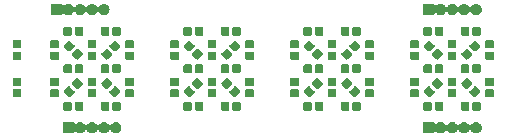
<source format=gbr>
G04 #@! TF.GenerationSoftware,KiCad,Pcbnew,(5.1.4)-1*
G04 #@! TF.CreationDate,2020-11-23T15:52:42-08:00*
G04 #@! TF.ProjectId,ufc_v4_opt,7566635f-7634-45f6-9f70-742e6b696361,rev?*
G04 #@! TF.SameCoordinates,Original*
G04 #@! TF.FileFunction,Soldermask,Top*
G04 #@! TF.FilePolarity,Negative*
%FSLAX46Y46*%
G04 Gerber Fmt 4.6, Leading zero omitted, Abs format (unit mm)*
G04 Created by KiCad (PCBNEW (5.1.4)-1) date 2020-11-23 15:52:42*
%MOMM*%
%LPD*%
G04 APERTURE LIST*
%ADD10C,0.100000*%
G04 APERTURE END LIST*
D10*
G36*
X153214000Y-92591975D02*
G01*
X153216402Y-92616361D01*
X153223515Y-92639810D01*
X153235066Y-92661421D01*
X153250611Y-92680363D01*
X153269553Y-92695908D01*
X153291164Y-92707459D01*
X153314613Y-92714572D01*
X153338999Y-92716974D01*
X153363385Y-92714572D01*
X153386834Y-92707459D01*
X153418292Y-92688604D01*
X153472269Y-92644306D01*
X153554961Y-92600106D01*
X153644688Y-92572887D01*
X153714616Y-92566000D01*
X153761384Y-92566000D01*
X153831312Y-92572887D01*
X153921039Y-92600106D01*
X154003731Y-92644306D01*
X154076211Y-92703789D01*
X154135694Y-92776269D01*
X154135697Y-92776274D01*
X154141374Y-92783192D01*
X154158701Y-92800519D01*
X154179075Y-92814133D01*
X154201714Y-92823510D01*
X154225747Y-92828291D01*
X154250251Y-92828291D01*
X154274285Y-92823511D01*
X154296924Y-92814134D01*
X154317298Y-92800520D01*
X154334626Y-92783192D01*
X154340303Y-92776274D01*
X154340306Y-92776269D01*
X154399789Y-92703789D01*
X154472269Y-92644306D01*
X154554961Y-92600106D01*
X154644688Y-92572887D01*
X154714616Y-92566000D01*
X154761384Y-92566000D01*
X154831312Y-92572887D01*
X154921039Y-92600106D01*
X155003731Y-92644306D01*
X155076211Y-92703789D01*
X155135694Y-92776269D01*
X155135697Y-92776274D01*
X155141374Y-92783192D01*
X155158701Y-92800519D01*
X155179075Y-92814133D01*
X155201714Y-92823510D01*
X155225747Y-92828291D01*
X155250251Y-92828291D01*
X155274285Y-92823511D01*
X155296924Y-92814134D01*
X155317298Y-92800520D01*
X155334626Y-92783192D01*
X155340303Y-92776274D01*
X155340306Y-92776269D01*
X155399789Y-92703789D01*
X155472269Y-92644306D01*
X155554961Y-92600106D01*
X155644688Y-92572887D01*
X155714616Y-92566000D01*
X155761384Y-92566000D01*
X155831312Y-92572887D01*
X155921039Y-92600106D01*
X156003731Y-92644306D01*
X156076211Y-92703789D01*
X156135694Y-92776269D01*
X156135697Y-92776274D01*
X156141374Y-92783192D01*
X156158701Y-92800519D01*
X156179075Y-92814133D01*
X156201714Y-92823510D01*
X156225747Y-92828291D01*
X156250251Y-92828291D01*
X156274285Y-92823511D01*
X156296924Y-92814134D01*
X156317298Y-92800520D01*
X156334626Y-92783192D01*
X156340303Y-92776274D01*
X156340306Y-92776269D01*
X156399789Y-92703789D01*
X156472269Y-92644306D01*
X156554961Y-92600106D01*
X156644688Y-92572887D01*
X156714616Y-92566000D01*
X156761384Y-92566000D01*
X156831312Y-92572887D01*
X156921039Y-92600106D01*
X157003731Y-92644306D01*
X157076211Y-92703789D01*
X157135694Y-92776269D01*
X157179894Y-92858961D01*
X157207113Y-92948688D01*
X157216303Y-93042000D01*
X157207113Y-93135312D01*
X157179894Y-93225039D01*
X157135694Y-93307731D01*
X157076211Y-93380211D01*
X157003731Y-93439694D01*
X156921039Y-93483894D01*
X156831312Y-93511113D01*
X156761384Y-93518000D01*
X156714616Y-93518000D01*
X156644688Y-93511113D01*
X156554961Y-93483894D01*
X156472269Y-93439694D01*
X156399789Y-93380211D01*
X156340306Y-93307731D01*
X156340303Y-93307726D01*
X156334626Y-93300808D01*
X156317299Y-93283481D01*
X156296925Y-93269867D01*
X156274286Y-93260490D01*
X156250253Y-93255709D01*
X156225749Y-93255709D01*
X156201715Y-93260489D01*
X156179076Y-93269866D01*
X156158702Y-93283480D01*
X156141374Y-93300808D01*
X156135697Y-93307726D01*
X156135694Y-93307731D01*
X156076211Y-93380211D01*
X156003731Y-93439694D01*
X155921039Y-93483894D01*
X155831312Y-93511113D01*
X155761384Y-93518000D01*
X155714616Y-93518000D01*
X155644688Y-93511113D01*
X155554961Y-93483894D01*
X155472269Y-93439694D01*
X155399789Y-93380211D01*
X155340306Y-93307731D01*
X155340303Y-93307726D01*
X155334626Y-93300808D01*
X155317299Y-93283481D01*
X155296925Y-93269867D01*
X155274286Y-93260490D01*
X155250253Y-93255709D01*
X155225749Y-93255709D01*
X155201715Y-93260489D01*
X155179076Y-93269866D01*
X155158702Y-93283480D01*
X155141374Y-93300808D01*
X155135697Y-93307726D01*
X155135694Y-93307731D01*
X155076211Y-93380211D01*
X155003731Y-93439694D01*
X154921039Y-93483894D01*
X154831312Y-93511113D01*
X154761384Y-93518000D01*
X154714616Y-93518000D01*
X154644688Y-93511113D01*
X154554961Y-93483894D01*
X154472269Y-93439694D01*
X154399789Y-93380211D01*
X154340306Y-93307731D01*
X154340303Y-93307726D01*
X154334626Y-93300808D01*
X154317299Y-93283481D01*
X154296925Y-93269867D01*
X154274286Y-93260490D01*
X154250253Y-93255709D01*
X154225749Y-93255709D01*
X154201715Y-93260489D01*
X154179076Y-93269866D01*
X154158702Y-93283480D01*
X154141374Y-93300808D01*
X154135697Y-93307726D01*
X154135694Y-93307731D01*
X154076211Y-93380211D01*
X154003731Y-93439694D01*
X153921039Y-93483894D01*
X153831312Y-93511113D01*
X153761384Y-93518000D01*
X153714616Y-93518000D01*
X153644688Y-93511113D01*
X153554961Y-93483894D01*
X153472269Y-93439694D01*
X153418289Y-93395394D01*
X153397923Y-93381786D01*
X153375284Y-93372408D01*
X153351251Y-93367628D01*
X153326747Y-93367628D01*
X153302714Y-93372408D01*
X153280075Y-93381786D01*
X153259700Y-93395400D01*
X153242373Y-93412727D01*
X153228760Y-93433101D01*
X153219382Y-93455740D01*
X153214000Y-93492025D01*
X153214000Y-93518000D01*
X152262000Y-93518000D01*
X152262000Y-92566000D01*
X153214000Y-92566000D01*
X153214000Y-92591975D01*
X153214000Y-92591975D01*
G37*
G36*
X183714000Y-92591975D02*
G01*
X183716402Y-92616361D01*
X183723515Y-92639810D01*
X183735066Y-92661421D01*
X183750611Y-92680363D01*
X183769553Y-92695908D01*
X183791164Y-92707459D01*
X183814613Y-92714572D01*
X183838999Y-92716974D01*
X183863385Y-92714572D01*
X183886834Y-92707459D01*
X183918292Y-92688604D01*
X183972269Y-92644306D01*
X184054961Y-92600106D01*
X184144688Y-92572887D01*
X184214616Y-92566000D01*
X184261384Y-92566000D01*
X184331312Y-92572887D01*
X184421039Y-92600106D01*
X184503731Y-92644306D01*
X184576211Y-92703789D01*
X184635694Y-92776269D01*
X184635697Y-92776274D01*
X184641374Y-92783192D01*
X184658701Y-92800519D01*
X184679075Y-92814133D01*
X184701714Y-92823510D01*
X184725747Y-92828291D01*
X184750251Y-92828291D01*
X184774285Y-92823511D01*
X184796924Y-92814134D01*
X184817298Y-92800520D01*
X184834626Y-92783192D01*
X184840303Y-92776274D01*
X184840306Y-92776269D01*
X184899789Y-92703789D01*
X184972269Y-92644306D01*
X185054961Y-92600106D01*
X185144688Y-92572887D01*
X185214616Y-92566000D01*
X185261384Y-92566000D01*
X185331312Y-92572887D01*
X185421039Y-92600106D01*
X185503731Y-92644306D01*
X185576211Y-92703789D01*
X185635694Y-92776269D01*
X185635697Y-92776274D01*
X185641374Y-92783192D01*
X185658701Y-92800519D01*
X185679075Y-92814133D01*
X185701714Y-92823510D01*
X185725747Y-92828291D01*
X185750251Y-92828291D01*
X185774285Y-92823511D01*
X185796924Y-92814134D01*
X185817298Y-92800520D01*
X185834626Y-92783192D01*
X185840303Y-92776274D01*
X185840306Y-92776269D01*
X185899789Y-92703789D01*
X185972269Y-92644306D01*
X186054961Y-92600106D01*
X186144688Y-92572887D01*
X186214616Y-92566000D01*
X186261384Y-92566000D01*
X186331312Y-92572887D01*
X186421039Y-92600106D01*
X186503731Y-92644306D01*
X186576211Y-92703789D01*
X186635694Y-92776269D01*
X186635697Y-92776274D01*
X186641374Y-92783192D01*
X186658701Y-92800519D01*
X186679075Y-92814133D01*
X186701714Y-92823510D01*
X186725747Y-92828291D01*
X186750251Y-92828291D01*
X186774285Y-92823511D01*
X186796924Y-92814134D01*
X186817298Y-92800520D01*
X186834626Y-92783192D01*
X186840303Y-92776274D01*
X186840306Y-92776269D01*
X186899789Y-92703789D01*
X186972269Y-92644306D01*
X187054961Y-92600106D01*
X187144688Y-92572887D01*
X187214616Y-92566000D01*
X187261384Y-92566000D01*
X187331312Y-92572887D01*
X187421039Y-92600106D01*
X187503731Y-92644306D01*
X187576211Y-92703789D01*
X187635694Y-92776269D01*
X187679894Y-92858961D01*
X187707113Y-92948688D01*
X187716303Y-93042000D01*
X187707113Y-93135312D01*
X187679894Y-93225039D01*
X187635694Y-93307731D01*
X187576211Y-93380211D01*
X187503731Y-93439694D01*
X187421039Y-93483894D01*
X187331312Y-93511113D01*
X187261384Y-93518000D01*
X187214616Y-93518000D01*
X187144688Y-93511113D01*
X187054961Y-93483894D01*
X186972269Y-93439694D01*
X186899789Y-93380211D01*
X186840306Y-93307731D01*
X186840303Y-93307726D01*
X186834626Y-93300808D01*
X186817299Y-93283481D01*
X186796925Y-93269867D01*
X186774286Y-93260490D01*
X186750253Y-93255709D01*
X186725749Y-93255709D01*
X186701715Y-93260489D01*
X186679076Y-93269866D01*
X186658702Y-93283480D01*
X186641374Y-93300808D01*
X186635697Y-93307726D01*
X186635694Y-93307731D01*
X186576211Y-93380211D01*
X186503731Y-93439694D01*
X186421039Y-93483894D01*
X186331312Y-93511113D01*
X186261384Y-93518000D01*
X186214616Y-93518000D01*
X186144688Y-93511113D01*
X186054961Y-93483894D01*
X185972269Y-93439694D01*
X185899789Y-93380211D01*
X185840306Y-93307731D01*
X185840303Y-93307726D01*
X185834626Y-93300808D01*
X185817299Y-93283481D01*
X185796925Y-93269867D01*
X185774286Y-93260490D01*
X185750253Y-93255709D01*
X185725749Y-93255709D01*
X185701715Y-93260489D01*
X185679076Y-93269866D01*
X185658702Y-93283480D01*
X185641374Y-93300808D01*
X185635697Y-93307726D01*
X185635694Y-93307731D01*
X185576211Y-93380211D01*
X185503731Y-93439694D01*
X185421039Y-93483894D01*
X185331312Y-93511113D01*
X185261384Y-93518000D01*
X185214616Y-93518000D01*
X185144688Y-93511113D01*
X185054961Y-93483894D01*
X184972269Y-93439694D01*
X184899789Y-93380211D01*
X184840306Y-93307731D01*
X184840303Y-93307726D01*
X184834626Y-93300808D01*
X184817299Y-93283481D01*
X184796925Y-93269867D01*
X184774286Y-93260490D01*
X184750253Y-93255709D01*
X184725749Y-93255709D01*
X184701715Y-93260489D01*
X184679076Y-93269866D01*
X184658702Y-93283480D01*
X184641374Y-93300808D01*
X184635697Y-93307726D01*
X184635694Y-93307731D01*
X184576211Y-93380211D01*
X184503731Y-93439694D01*
X184421039Y-93483894D01*
X184331312Y-93511113D01*
X184261384Y-93518000D01*
X184214616Y-93518000D01*
X184144688Y-93511113D01*
X184054961Y-93483894D01*
X183972269Y-93439694D01*
X183918289Y-93395394D01*
X183897923Y-93381786D01*
X183875284Y-93372408D01*
X183851251Y-93367628D01*
X183826747Y-93367628D01*
X183802714Y-93372408D01*
X183780075Y-93381786D01*
X183759700Y-93395400D01*
X183742373Y-93412727D01*
X183728760Y-93433101D01*
X183719382Y-93455740D01*
X183714000Y-93492025D01*
X183714000Y-93518000D01*
X182762000Y-93518000D01*
X182762000Y-92566000D01*
X183714000Y-92566000D01*
X183714000Y-92591975D01*
X183714000Y-92591975D01*
G37*
G36*
X153885938Y-90878216D02*
G01*
X153906557Y-90884471D01*
X153925553Y-90894624D01*
X153942208Y-90908292D01*
X153955876Y-90924947D01*
X153966029Y-90943943D01*
X153972284Y-90964562D01*
X153975000Y-90992140D01*
X153975000Y-91500860D01*
X153972284Y-91528438D01*
X153966029Y-91549057D01*
X153955876Y-91568053D01*
X153942208Y-91584708D01*
X153925553Y-91598376D01*
X153906557Y-91608529D01*
X153885938Y-91614784D01*
X153858360Y-91617500D01*
X153399640Y-91617500D01*
X153372062Y-91614784D01*
X153351443Y-91608529D01*
X153332447Y-91598376D01*
X153315792Y-91584708D01*
X153302124Y-91568053D01*
X153291971Y-91549057D01*
X153285716Y-91528438D01*
X153283000Y-91500860D01*
X153283000Y-90992140D01*
X153285716Y-90964562D01*
X153291971Y-90943943D01*
X153302124Y-90924947D01*
X153315792Y-90908292D01*
X153332447Y-90894624D01*
X153351443Y-90884471D01*
X153372062Y-90878216D01*
X153399640Y-90875500D01*
X153858360Y-90875500D01*
X153885938Y-90878216D01*
X153885938Y-90878216D01*
G37*
G36*
X166250938Y-90878216D02*
G01*
X166271557Y-90884471D01*
X166290553Y-90894624D01*
X166307208Y-90908292D01*
X166320876Y-90924947D01*
X166331029Y-90943943D01*
X166337284Y-90964562D01*
X166340000Y-90992140D01*
X166340000Y-91500860D01*
X166337284Y-91528438D01*
X166331029Y-91549057D01*
X166320876Y-91568053D01*
X166307208Y-91584708D01*
X166290553Y-91598376D01*
X166271557Y-91608529D01*
X166250938Y-91614784D01*
X166223360Y-91617500D01*
X165764640Y-91617500D01*
X165737062Y-91614784D01*
X165716443Y-91608529D01*
X165697447Y-91598376D01*
X165680792Y-91584708D01*
X165667124Y-91568053D01*
X165656971Y-91549057D01*
X165650716Y-91528438D01*
X165648000Y-91500860D01*
X165648000Y-90992140D01*
X165650716Y-90964562D01*
X165656971Y-90943943D01*
X165667124Y-90924947D01*
X165680792Y-90908292D01*
X165697447Y-90894624D01*
X165716443Y-90884471D01*
X165737062Y-90878216D01*
X165764640Y-90875500D01*
X166223360Y-90875500D01*
X166250938Y-90878216D01*
X166250938Y-90878216D01*
G37*
G36*
X167220938Y-90878216D02*
G01*
X167241557Y-90884471D01*
X167260553Y-90894624D01*
X167277208Y-90908292D01*
X167290876Y-90924947D01*
X167301029Y-90943943D01*
X167307284Y-90964562D01*
X167310000Y-90992140D01*
X167310000Y-91500860D01*
X167307284Y-91528438D01*
X167301029Y-91549057D01*
X167290876Y-91568053D01*
X167277208Y-91584708D01*
X167260553Y-91598376D01*
X167241557Y-91608529D01*
X167220938Y-91614784D01*
X167193360Y-91617500D01*
X166734640Y-91617500D01*
X166707062Y-91614784D01*
X166686443Y-91608529D01*
X166667447Y-91598376D01*
X166650792Y-91584708D01*
X166637124Y-91568053D01*
X166626971Y-91549057D01*
X166620716Y-91528438D01*
X166618000Y-91500860D01*
X166618000Y-90992140D01*
X166620716Y-90964562D01*
X166626971Y-90943943D01*
X166637124Y-90924947D01*
X166650792Y-90908292D01*
X166667447Y-90894624D01*
X166686443Y-90884471D01*
X166707062Y-90878216D01*
X166734640Y-90875500D01*
X167193360Y-90875500D01*
X167220938Y-90878216D01*
X167220938Y-90878216D01*
G37*
G36*
X163075938Y-90878216D02*
G01*
X163096557Y-90884471D01*
X163115553Y-90894624D01*
X163132208Y-90908292D01*
X163145876Y-90924947D01*
X163156029Y-90943943D01*
X163162284Y-90964562D01*
X163165000Y-90992140D01*
X163165000Y-91500860D01*
X163162284Y-91528438D01*
X163156029Y-91549057D01*
X163145876Y-91568053D01*
X163132208Y-91584708D01*
X163115553Y-91598376D01*
X163096557Y-91608529D01*
X163075938Y-91614784D01*
X163048360Y-91617500D01*
X162589640Y-91617500D01*
X162562062Y-91614784D01*
X162541443Y-91608529D01*
X162522447Y-91598376D01*
X162505792Y-91584708D01*
X162492124Y-91568053D01*
X162481971Y-91549057D01*
X162475716Y-91528438D01*
X162473000Y-91500860D01*
X162473000Y-90992140D01*
X162475716Y-90964562D01*
X162481971Y-90943943D01*
X162492124Y-90924947D01*
X162505792Y-90908292D01*
X162522447Y-90894624D01*
X162541443Y-90884471D01*
X162562062Y-90878216D01*
X162589640Y-90875500D01*
X163048360Y-90875500D01*
X163075938Y-90878216D01*
X163075938Y-90878216D01*
G37*
G36*
X164045938Y-90878216D02*
G01*
X164066557Y-90884471D01*
X164085553Y-90894624D01*
X164102208Y-90908292D01*
X164115876Y-90924947D01*
X164126029Y-90943943D01*
X164132284Y-90964562D01*
X164135000Y-90992140D01*
X164135000Y-91500860D01*
X164132284Y-91528438D01*
X164126029Y-91549057D01*
X164115876Y-91568053D01*
X164102208Y-91584708D01*
X164085553Y-91598376D01*
X164066557Y-91608529D01*
X164045938Y-91614784D01*
X164018360Y-91617500D01*
X163559640Y-91617500D01*
X163532062Y-91614784D01*
X163511443Y-91608529D01*
X163492447Y-91598376D01*
X163475792Y-91584708D01*
X163462124Y-91568053D01*
X163451971Y-91549057D01*
X163445716Y-91528438D01*
X163443000Y-91500860D01*
X163443000Y-90992140D01*
X163445716Y-90964562D01*
X163451971Y-90943943D01*
X163462124Y-90924947D01*
X163475792Y-90908292D01*
X163492447Y-90894624D01*
X163511443Y-90884471D01*
X163532062Y-90878216D01*
X163559640Y-90875500D01*
X164018360Y-90875500D01*
X164045938Y-90878216D01*
X164045938Y-90878216D01*
G37*
G36*
X173235938Y-90878216D02*
G01*
X173256557Y-90884471D01*
X173275553Y-90894624D01*
X173292208Y-90908292D01*
X173305876Y-90924947D01*
X173316029Y-90943943D01*
X173322284Y-90964562D01*
X173325000Y-90992140D01*
X173325000Y-91500860D01*
X173322284Y-91528438D01*
X173316029Y-91549057D01*
X173305876Y-91568053D01*
X173292208Y-91584708D01*
X173275553Y-91598376D01*
X173256557Y-91608529D01*
X173235938Y-91614784D01*
X173208360Y-91617500D01*
X172749640Y-91617500D01*
X172722062Y-91614784D01*
X172701443Y-91608529D01*
X172682447Y-91598376D01*
X172665792Y-91584708D01*
X172652124Y-91568053D01*
X172641971Y-91549057D01*
X172635716Y-91528438D01*
X172633000Y-91500860D01*
X172633000Y-90992140D01*
X172635716Y-90964562D01*
X172641971Y-90943943D01*
X172652124Y-90924947D01*
X172665792Y-90908292D01*
X172682447Y-90894624D01*
X172701443Y-90884471D01*
X172722062Y-90878216D01*
X172749640Y-90875500D01*
X173208360Y-90875500D01*
X173235938Y-90878216D01*
X173235938Y-90878216D01*
G37*
G36*
X174205938Y-90878216D02*
G01*
X174226557Y-90884471D01*
X174245553Y-90894624D01*
X174262208Y-90908292D01*
X174275876Y-90924947D01*
X174286029Y-90943943D01*
X174292284Y-90964562D01*
X174295000Y-90992140D01*
X174295000Y-91500860D01*
X174292284Y-91528438D01*
X174286029Y-91549057D01*
X174275876Y-91568053D01*
X174262208Y-91584708D01*
X174245553Y-91598376D01*
X174226557Y-91608529D01*
X174205938Y-91614784D01*
X174178360Y-91617500D01*
X173719640Y-91617500D01*
X173692062Y-91614784D01*
X173671443Y-91608529D01*
X173652447Y-91598376D01*
X173635792Y-91584708D01*
X173622124Y-91568053D01*
X173611971Y-91549057D01*
X173605716Y-91528438D01*
X173603000Y-91500860D01*
X173603000Y-90992140D01*
X173605716Y-90964562D01*
X173611971Y-90943943D01*
X173622124Y-90924947D01*
X173635792Y-90908292D01*
X173652447Y-90894624D01*
X173671443Y-90884471D01*
X173692062Y-90878216D01*
X173719640Y-90875500D01*
X174178360Y-90875500D01*
X174205938Y-90878216D01*
X174205938Y-90878216D01*
G37*
G36*
X156090938Y-90878216D02*
G01*
X156111557Y-90884471D01*
X156130553Y-90894624D01*
X156147208Y-90908292D01*
X156160876Y-90924947D01*
X156171029Y-90943943D01*
X156177284Y-90964562D01*
X156180000Y-90992140D01*
X156180000Y-91500860D01*
X156177284Y-91528438D01*
X156171029Y-91549057D01*
X156160876Y-91568053D01*
X156147208Y-91584708D01*
X156130553Y-91598376D01*
X156111557Y-91608529D01*
X156090938Y-91614784D01*
X156063360Y-91617500D01*
X155604640Y-91617500D01*
X155577062Y-91614784D01*
X155556443Y-91608529D01*
X155537447Y-91598376D01*
X155520792Y-91584708D01*
X155507124Y-91568053D01*
X155496971Y-91549057D01*
X155490716Y-91528438D01*
X155488000Y-91500860D01*
X155488000Y-90992140D01*
X155490716Y-90964562D01*
X155496971Y-90943943D01*
X155507124Y-90924947D01*
X155520792Y-90908292D01*
X155537447Y-90894624D01*
X155556443Y-90884471D01*
X155577062Y-90878216D01*
X155604640Y-90875500D01*
X156063360Y-90875500D01*
X156090938Y-90878216D01*
X156090938Y-90878216D01*
G37*
G36*
X157060938Y-90878216D02*
G01*
X157081557Y-90884471D01*
X157100553Y-90894624D01*
X157117208Y-90908292D01*
X157130876Y-90924947D01*
X157141029Y-90943943D01*
X157147284Y-90964562D01*
X157150000Y-90992140D01*
X157150000Y-91500860D01*
X157147284Y-91528438D01*
X157141029Y-91549057D01*
X157130876Y-91568053D01*
X157117208Y-91584708D01*
X157100553Y-91598376D01*
X157081557Y-91608529D01*
X157060938Y-91614784D01*
X157033360Y-91617500D01*
X156574640Y-91617500D01*
X156547062Y-91614784D01*
X156526443Y-91608529D01*
X156507447Y-91598376D01*
X156490792Y-91584708D01*
X156477124Y-91568053D01*
X156466971Y-91549057D01*
X156460716Y-91528438D01*
X156458000Y-91500860D01*
X156458000Y-90992140D01*
X156460716Y-90964562D01*
X156466971Y-90943943D01*
X156477124Y-90924947D01*
X156490792Y-90908292D01*
X156507447Y-90894624D01*
X156526443Y-90884471D01*
X156547062Y-90878216D01*
X156574640Y-90875500D01*
X157033360Y-90875500D01*
X157060938Y-90878216D01*
X157060938Y-90878216D01*
G37*
G36*
X177380938Y-90878216D02*
G01*
X177401557Y-90884471D01*
X177420553Y-90894624D01*
X177437208Y-90908292D01*
X177450876Y-90924947D01*
X177461029Y-90943943D01*
X177467284Y-90964562D01*
X177470000Y-90992140D01*
X177470000Y-91500860D01*
X177467284Y-91528438D01*
X177461029Y-91549057D01*
X177450876Y-91568053D01*
X177437208Y-91584708D01*
X177420553Y-91598376D01*
X177401557Y-91608529D01*
X177380938Y-91614784D01*
X177353360Y-91617500D01*
X176894640Y-91617500D01*
X176867062Y-91614784D01*
X176846443Y-91608529D01*
X176827447Y-91598376D01*
X176810792Y-91584708D01*
X176797124Y-91568053D01*
X176786971Y-91549057D01*
X176780716Y-91528438D01*
X176778000Y-91500860D01*
X176778000Y-90992140D01*
X176780716Y-90964562D01*
X176786971Y-90943943D01*
X176797124Y-90924947D01*
X176810792Y-90908292D01*
X176827447Y-90894624D01*
X176846443Y-90884471D01*
X176867062Y-90878216D01*
X176894640Y-90875500D01*
X177353360Y-90875500D01*
X177380938Y-90878216D01*
X177380938Y-90878216D01*
G37*
G36*
X176410938Y-90878216D02*
G01*
X176431557Y-90884471D01*
X176450553Y-90894624D01*
X176467208Y-90908292D01*
X176480876Y-90924947D01*
X176491029Y-90943943D01*
X176497284Y-90964562D01*
X176500000Y-90992140D01*
X176500000Y-91500860D01*
X176497284Y-91528438D01*
X176491029Y-91549057D01*
X176480876Y-91568053D01*
X176467208Y-91584708D01*
X176450553Y-91598376D01*
X176431557Y-91608529D01*
X176410938Y-91614784D01*
X176383360Y-91617500D01*
X175924640Y-91617500D01*
X175897062Y-91614784D01*
X175876443Y-91608529D01*
X175857447Y-91598376D01*
X175840792Y-91584708D01*
X175827124Y-91568053D01*
X175816971Y-91549057D01*
X175810716Y-91528438D01*
X175808000Y-91500860D01*
X175808000Y-90992140D01*
X175810716Y-90964562D01*
X175816971Y-90943943D01*
X175827124Y-90924947D01*
X175840792Y-90908292D01*
X175857447Y-90894624D01*
X175876443Y-90884471D01*
X175897062Y-90878216D01*
X175924640Y-90875500D01*
X176383360Y-90875500D01*
X176410938Y-90878216D01*
X176410938Y-90878216D01*
G37*
G36*
X152915938Y-90878216D02*
G01*
X152936557Y-90884471D01*
X152955553Y-90894624D01*
X152972208Y-90908292D01*
X152985876Y-90924947D01*
X152996029Y-90943943D01*
X153002284Y-90964562D01*
X153005000Y-90992140D01*
X153005000Y-91500860D01*
X153002284Y-91528438D01*
X152996029Y-91549057D01*
X152985876Y-91568053D01*
X152972208Y-91584708D01*
X152955553Y-91598376D01*
X152936557Y-91608529D01*
X152915938Y-91614784D01*
X152888360Y-91617500D01*
X152429640Y-91617500D01*
X152402062Y-91614784D01*
X152381443Y-91608529D01*
X152362447Y-91598376D01*
X152345792Y-91584708D01*
X152332124Y-91568053D01*
X152321971Y-91549057D01*
X152315716Y-91528438D01*
X152313000Y-91500860D01*
X152313000Y-90992140D01*
X152315716Y-90964562D01*
X152321971Y-90943943D01*
X152332124Y-90924947D01*
X152345792Y-90908292D01*
X152362447Y-90894624D01*
X152381443Y-90884471D01*
X152402062Y-90878216D01*
X152429640Y-90875500D01*
X152888360Y-90875500D01*
X152915938Y-90878216D01*
X152915938Y-90878216D01*
G37*
G36*
X184365938Y-90878216D02*
G01*
X184386557Y-90884471D01*
X184405553Y-90894624D01*
X184422208Y-90908292D01*
X184435876Y-90924947D01*
X184446029Y-90943943D01*
X184452284Y-90964562D01*
X184455000Y-90992140D01*
X184455000Y-91500860D01*
X184452284Y-91528438D01*
X184446029Y-91549057D01*
X184435876Y-91568053D01*
X184422208Y-91584708D01*
X184405553Y-91598376D01*
X184386557Y-91608529D01*
X184365938Y-91614784D01*
X184338360Y-91617500D01*
X183879640Y-91617500D01*
X183852062Y-91614784D01*
X183831443Y-91608529D01*
X183812447Y-91598376D01*
X183795792Y-91584708D01*
X183782124Y-91568053D01*
X183771971Y-91549057D01*
X183765716Y-91528438D01*
X183763000Y-91500860D01*
X183763000Y-90992140D01*
X183765716Y-90964562D01*
X183771971Y-90943943D01*
X183782124Y-90924947D01*
X183795792Y-90908292D01*
X183812447Y-90894624D01*
X183831443Y-90884471D01*
X183852062Y-90878216D01*
X183879640Y-90875500D01*
X184338360Y-90875500D01*
X184365938Y-90878216D01*
X184365938Y-90878216D01*
G37*
G36*
X186570938Y-90878216D02*
G01*
X186591557Y-90884471D01*
X186610553Y-90894624D01*
X186627208Y-90908292D01*
X186640876Y-90924947D01*
X186651029Y-90943943D01*
X186657284Y-90964562D01*
X186660000Y-90992140D01*
X186660000Y-91500860D01*
X186657284Y-91528438D01*
X186651029Y-91549057D01*
X186640876Y-91568053D01*
X186627208Y-91584708D01*
X186610553Y-91598376D01*
X186591557Y-91608529D01*
X186570938Y-91614784D01*
X186543360Y-91617500D01*
X186084640Y-91617500D01*
X186057062Y-91614784D01*
X186036443Y-91608529D01*
X186017447Y-91598376D01*
X186000792Y-91584708D01*
X185987124Y-91568053D01*
X185976971Y-91549057D01*
X185970716Y-91528438D01*
X185968000Y-91500860D01*
X185968000Y-90992140D01*
X185970716Y-90964562D01*
X185976971Y-90943943D01*
X185987124Y-90924947D01*
X186000792Y-90908292D01*
X186017447Y-90894624D01*
X186036443Y-90884471D01*
X186057062Y-90878216D01*
X186084640Y-90875500D01*
X186543360Y-90875500D01*
X186570938Y-90878216D01*
X186570938Y-90878216D01*
G37*
G36*
X187540938Y-90878216D02*
G01*
X187561557Y-90884471D01*
X187580553Y-90894624D01*
X187597208Y-90908292D01*
X187610876Y-90924947D01*
X187621029Y-90943943D01*
X187627284Y-90964562D01*
X187630000Y-90992140D01*
X187630000Y-91500860D01*
X187627284Y-91528438D01*
X187621029Y-91549057D01*
X187610876Y-91568053D01*
X187597208Y-91584708D01*
X187580553Y-91598376D01*
X187561557Y-91608529D01*
X187540938Y-91614784D01*
X187513360Y-91617500D01*
X187054640Y-91617500D01*
X187027062Y-91614784D01*
X187006443Y-91608529D01*
X186987447Y-91598376D01*
X186970792Y-91584708D01*
X186957124Y-91568053D01*
X186946971Y-91549057D01*
X186940716Y-91528438D01*
X186938000Y-91500860D01*
X186938000Y-90992140D01*
X186940716Y-90964562D01*
X186946971Y-90943943D01*
X186957124Y-90924947D01*
X186970792Y-90908292D01*
X186987447Y-90894624D01*
X187006443Y-90884471D01*
X187027062Y-90878216D01*
X187054640Y-90875500D01*
X187513360Y-90875500D01*
X187540938Y-90878216D01*
X187540938Y-90878216D01*
G37*
G36*
X183395938Y-90878216D02*
G01*
X183416557Y-90884471D01*
X183435553Y-90894624D01*
X183452208Y-90908292D01*
X183465876Y-90924947D01*
X183476029Y-90943943D01*
X183482284Y-90964562D01*
X183485000Y-90992140D01*
X183485000Y-91500860D01*
X183482284Y-91528438D01*
X183476029Y-91549057D01*
X183465876Y-91568053D01*
X183452208Y-91584708D01*
X183435553Y-91598376D01*
X183416557Y-91608529D01*
X183395938Y-91614784D01*
X183368360Y-91617500D01*
X182909640Y-91617500D01*
X182882062Y-91614784D01*
X182861443Y-91608529D01*
X182842447Y-91598376D01*
X182825792Y-91584708D01*
X182812124Y-91568053D01*
X182801971Y-91549057D01*
X182795716Y-91528438D01*
X182793000Y-91500860D01*
X182793000Y-90992140D01*
X182795716Y-90964562D01*
X182801971Y-90943943D01*
X182812124Y-90924947D01*
X182825792Y-90908292D01*
X182842447Y-90894624D01*
X182861443Y-90884471D01*
X182882062Y-90878216D01*
X182909640Y-90875500D01*
X183368360Y-90875500D01*
X183395938Y-90878216D01*
X183395938Y-90878216D01*
G37*
G36*
X151837938Y-89800716D02*
G01*
X151858557Y-89806971D01*
X151877553Y-89817124D01*
X151894208Y-89830792D01*
X151907876Y-89847447D01*
X151918029Y-89866443D01*
X151924284Y-89887062D01*
X151927000Y-89914640D01*
X151927000Y-90373360D01*
X151924284Y-90400938D01*
X151918029Y-90421557D01*
X151907876Y-90440553D01*
X151894208Y-90457208D01*
X151877553Y-90470876D01*
X151858557Y-90481029D01*
X151837938Y-90487284D01*
X151810360Y-90490000D01*
X151301640Y-90490000D01*
X151274062Y-90487284D01*
X151253443Y-90481029D01*
X151234447Y-90470876D01*
X151217792Y-90457208D01*
X151204124Y-90440553D01*
X151193971Y-90421557D01*
X151187716Y-90400938D01*
X151185000Y-90373360D01*
X151185000Y-89914640D01*
X151187716Y-89887062D01*
X151193971Y-89866443D01*
X151204124Y-89847447D01*
X151217792Y-89830792D01*
X151234447Y-89817124D01*
X151253443Y-89806971D01*
X151274062Y-89800716D01*
X151301640Y-89798000D01*
X151810360Y-89798000D01*
X151837938Y-89800716D01*
X151837938Y-89800716D01*
G37*
G36*
X148663938Y-89800716D02*
G01*
X148684557Y-89806971D01*
X148703553Y-89817124D01*
X148720208Y-89830792D01*
X148733876Y-89847447D01*
X148744029Y-89866443D01*
X148750284Y-89887062D01*
X148753000Y-89914640D01*
X148753000Y-90373360D01*
X148750284Y-90400938D01*
X148744029Y-90421557D01*
X148733876Y-90440553D01*
X148720208Y-90457208D01*
X148703553Y-90470876D01*
X148684557Y-90481029D01*
X148663938Y-90487284D01*
X148636360Y-90490000D01*
X148127640Y-90490000D01*
X148100062Y-90487284D01*
X148079443Y-90481029D01*
X148060447Y-90470876D01*
X148043792Y-90457208D01*
X148030124Y-90440553D01*
X148019971Y-90421557D01*
X148013716Y-90400938D01*
X148011000Y-90373360D01*
X148011000Y-89914640D01*
X148013716Y-89887062D01*
X148019971Y-89866443D01*
X148030124Y-89847447D01*
X148043792Y-89830792D01*
X148060447Y-89817124D01*
X148079443Y-89806971D01*
X148100062Y-89800716D01*
X148127640Y-89798000D01*
X148636360Y-89798000D01*
X148663938Y-89800716D01*
X148663938Y-89800716D01*
G37*
G36*
X165173938Y-89800716D02*
G01*
X165194557Y-89806971D01*
X165213553Y-89817124D01*
X165230208Y-89830792D01*
X165243876Y-89847447D01*
X165254029Y-89866443D01*
X165260284Y-89887062D01*
X165263000Y-89914640D01*
X165263000Y-90373360D01*
X165260284Y-90400938D01*
X165254029Y-90421557D01*
X165243876Y-90440553D01*
X165230208Y-90457208D01*
X165213553Y-90470876D01*
X165194557Y-90481029D01*
X165173938Y-90487284D01*
X165146360Y-90490000D01*
X164637640Y-90490000D01*
X164610062Y-90487284D01*
X164589443Y-90481029D01*
X164570447Y-90470876D01*
X164553792Y-90457208D01*
X164540124Y-90440553D01*
X164529971Y-90421557D01*
X164523716Y-90400938D01*
X164521000Y-90373360D01*
X164521000Y-89914640D01*
X164523716Y-89887062D01*
X164529971Y-89866443D01*
X164540124Y-89847447D01*
X164553792Y-89830792D01*
X164570447Y-89817124D01*
X164589443Y-89806971D01*
X164610062Y-89800716D01*
X164637640Y-89798000D01*
X165146360Y-89798000D01*
X165173938Y-89800716D01*
X165173938Y-89800716D01*
G37*
G36*
X168347938Y-89800716D02*
G01*
X168368557Y-89806971D01*
X168387553Y-89817124D01*
X168404208Y-89830792D01*
X168417876Y-89847447D01*
X168428029Y-89866443D01*
X168434284Y-89887062D01*
X168437000Y-89914640D01*
X168437000Y-90373360D01*
X168434284Y-90400938D01*
X168428029Y-90421557D01*
X168417876Y-90440553D01*
X168404208Y-90457208D01*
X168387553Y-90470876D01*
X168368557Y-90481029D01*
X168347938Y-90487284D01*
X168320360Y-90490000D01*
X167811640Y-90490000D01*
X167784062Y-90487284D01*
X167763443Y-90481029D01*
X167744447Y-90470876D01*
X167727792Y-90457208D01*
X167714124Y-90440553D01*
X167703971Y-90421557D01*
X167697716Y-90400938D01*
X167695000Y-90373360D01*
X167695000Y-89914640D01*
X167697716Y-89887062D01*
X167703971Y-89866443D01*
X167714124Y-89847447D01*
X167727792Y-89830792D01*
X167744447Y-89817124D01*
X167763443Y-89806971D01*
X167784062Y-89800716D01*
X167811640Y-89798000D01*
X168320360Y-89798000D01*
X168347938Y-89800716D01*
X168347938Y-89800716D01*
G37*
G36*
X172157938Y-89800716D02*
G01*
X172178557Y-89806971D01*
X172197553Y-89817124D01*
X172214208Y-89830792D01*
X172227876Y-89847447D01*
X172238029Y-89866443D01*
X172244284Y-89887062D01*
X172247000Y-89914640D01*
X172247000Y-90373360D01*
X172244284Y-90400938D01*
X172238029Y-90421557D01*
X172227876Y-90440553D01*
X172214208Y-90457208D01*
X172197553Y-90470876D01*
X172178557Y-90481029D01*
X172157938Y-90487284D01*
X172130360Y-90490000D01*
X171621640Y-90490000D01*
X171594062Y-90487284D01*
X171573443Y-90481029D01*
X171554447Y-90470876D01*
X171537792Y-90457208D01*
X171524124Y-90440553D01*
X171513971Y-90421557D01*
X171507716Y-90400938D01*
X171505000Y-90373360D01*
X171505000Y-89914640D01*
X171507716Y-89887062D01*
X171513971Y-89866443D01*
X171524124Y-89847447D01*
X171537792Y-89830792D01*
X171554447Y-89817124D01*
X171573443Y-89806971D01*
X171594062Y-89800716D01*
X171621640Y-89798000D01*
X172130360Y-89798000D01*
X172157938Y-89800716D01*
X172157938Y-89800716D01*
G37*
G36*
X161997938Y-89800716D02*
G01*
X162018557Y-89806971D01*
X162037553Y-89817124D01*
X162054208Y-89830792D01*
X162067876Y-89847447D01*
X162078029Y-89866443D01*
X162084284Y-89887062D01*
X162087000Y-89914640D01*
X162087000Y-90373360D01*
X162084284Y-90400938D01*
X162078029Y-90421557D01*
X162067876Y-90440553D01*
X162054208Y-90457208D01*
X162037553Y-90470876D01*
X162018557Y-90481029D01*
X161997938Y-90487284D01*
X161970360Y-90490000D01*
X161461640Y-90490000D01*
X161434062Y-90487284D01*
X161413443Y-90481029D01*
X161394447Y-90470876D01*
X161377792Y-90457208D01*
X161364124Y-90440553D01*
X161353971Y-90421557D01*
X161347716Y-90400938D01*
X161345000Y-90373360D01*
X161345000Y-89914640D01*
X161347716Y-89887062D01*
X161353971Y-89866443D01*
X161364124Y-89847447D01*
X161377792Y-89830792D01*
X161394447Y-89817124D01*
X161413443Y-89806971D01*
X161434062Y-89800716D01*
X161461640Y-89798000D01*
X161970360Y-89798000D01*
X161997938Y-89800716D01*
X161997938Y-89800716D01*
G37*
G36*
X185493938Y-89800716D02*
G01*
X185514557Y-89806971D01*
X185533553Y-89817124D01*
X185550208Y-89830792D01*
X185563876Y-89847447D01*
X185574029Y-89866443D01*
X185580284Y-89887062D01*
X185583000Y-89914640D01*
X185583000Y-90373360D01*
X185580284Y-90400938D01*
X185574029Y-90421557D01*
X185563876Y-90440553D01*
X185550208Y-90457208D01*
X185533553Y-90470876D01*
X185514557Y-90481029D01*
X185493938Y-90487284D01*
X185466360Y-90490000D01*
X184957640Y-90490000D01*
X184930062Y-90487284D01*
X184909443Y-90481029D01*
X184890447Y-90470876D01*
X184873792Y-90457208D01*
X184860124Y-90440553D01*
X184849971Y-90421557D01*
X184843716Y-90400938D01*
X184841000Y-90373360D01*
X184841000Y-89914640D01*
X184843716Y-89887062D01*
X184849971Y-89866443D01*
X184860124Y-89847447D01*
X184873792Y-89830792D01*
X184890447Y-89817124D01*
X184909443Y-89806971D01*
X184930062Y-89800716D01*
X184957640Y-89798000D01*
X185466360Y-89798000D01*
X185493938Y-89800716D01*
X185493938Y-89800716D01*
G37*
G36*
X178507938Y-89800716D02*
G01*
X178528557Y-89806971D01*
X178547553Y-89817124D01*
X178564208Y-89830792D01*
X178577876Y-89847447D01*
X178588029Y-89866443D01*
X178594284Y-89887062D01*
X178597000Y-89914640D01*
X178597000Y-90373360D01*
X178594284Y-90400938D01*
X178588029Y-90421557D01*
X178577876Y-90440553D01*
X178564208Y-90457208D01*
X178547553Y-90470876D01*
X178528557Y-90481029D01*
X178507938Y-90487284D01*
X178480360Y-90490000D01*
X177971640Y-90490000D01*
X177944062Y-90487284D01*
X177923443Y-90481029D01*
X177904447Y-90470876D01*
X177887792Y-90457208D01*
X177874124Y-90440553D01*
X177863971Y-90421557D01*
X177857716Y-90400938D01*
X177855000Y-90373360D01*
X177855000Y-89914640D01*
X177857716Y-89887062D01*
X177863971Y-89866443D01*
X177874124Y-89847447D01*
X177887792Y-89830792D01*
X177904447Y-89817124D01*
X177923443Y-89806971D01*
X177944062Y-89800716D01*
X177971640Y-89798000D01*
X178480360Y-89798000D01*
X178507938Y-89800716D01*
X178507938Y-89800716D01*
G37*
G36*
X155013938Y-89800716D02*
G01*
X155034557Y-89806971D01*
X155053553Y-89817124D01*
X155070208Y-89830792D01*
X155083876Y-89847447D01*
X155094029Y-89866443D01*
X155100284Y-89887062D01*
X155103000Y-89914640D01*
X155103000Y-90373360D01*
X155100284Y-90400938D01*
X155094029Y-90421557D01*
X155083876Y-90440553D01*
X155070208Y-90457208D01*
X155053553Y-90470876D01*
X155034557Y-90481029D01*
X155013938Y-90487284D01*
X154986360Y-90490000D01*
X154477640Y-90490000D01*
X154450062Y-90487284D01*
X154429443Y-90481029D01*
X154410447Y-90470876D01*
X154393792Y-90457208D01*
X154380124Y-90440553D01*
X154369971Y-90421557D01*
X154363716Y-90400938D01*
X154361000Y-90373360D01*
X154361000Y-89914640D01*
X154363716Y-89887062D01*
X154369971Y-89866443D01*
X154380124Y-89847447D01*
X154393792Y-89830792D01*
X154410447Y-89817124D01*
X154429443Y-89806971D01*
X154450062Y-89800716D01*
X154477640Y-89798000D01*
X154986360Y-89798000D01*
X155013938Y-89800716D01*
X155013938Y-89800716D01*
G37*
G36*
X188667938Y-89800716D02*
G01*
X188688557Y-89806971D01*
X188707553Y-89817124D01*
X188724208Y-89830792D01*
X188737876Y-89847447D01*
X188748029Y-89866443D01*
X188754284Y-89887062D01*
X188757000Y-89914640D01*
X188757000Y-90373360D01*
X188754284Y-90400938D01*
X188748029Y-90421557D01*
X188737876Y-90440553D01*
X188724208Y-90457208D01*
X188707553Y-90470876D01*
X188688557Y-90481029D01*
X188667938Y-90487284D01*
X188640360Y-90490000D01*
X188131640Y-90490000D01*
X188104062Y-90487284D01*
X188083443Y-90481029D01*
X188064447Y-90470876D01*
X188047792Y-90457208D01*
X188034124Y-90440553D01*
X188023971Y-90421557D01*
X188017716Y-90400938D01*
X188015000Y-90373360D01*
X188015000Y-89914640D01*
X188017716Y-89887062D01*
X188023971Y-89866443D01*
X188034124Y-89847447D01*
X188047792Y-89830792D01*
X188064447Y-89817124D01*
X188083443Y-89806971D01*
X188104062Y-89800716D01*
X188131640Y-89798000D01*
X188640360Y-89798000D01*
X188667938Y-89800716D01*
X188667938Y-89800716D01*
G37*
G36*
X182317938Y-89800716D02*
G01*
X182338557Y-89806971D01*
X182357553Y-89817124D01*
X182374208Y-89830792D01*
X182387876Y-89847447D01*
X182398029Y-89866443D01*
X182404284Y-89887062D01*
X182407000Y-89914640D01*
X182407000Y-90373360D01*
X182404284Y-90400938D01*
X182398029Y-90421557D01*
X182387876Y-90440553D01*
X182374208Y-90457208D01*
X182357553Y-90470876D01*
X182338557Y-90481029D01*
X182317938Y-90487284D01*
X182290360Y-90490000D01*
X181781640Y-90490000D01*
X181754062Y-90487284D01*
X181733443Y-90481029D01*
X181714447Y-90470876D01*
X181697792Y-90457208D01*
X181684124Y-90440553D01*
X181673971Y-90421557D01*
X181667716Y-90400938D01*
X181665000Y-90373360D01*
X181665000Y-89914640D01*
X181667716Y-89887062D01*
X181673971Y-89866443D01*
X181684124Y-89847447D01*
X181697792Y-89830792D01*
X181714447Y-89817124D01*
X181733443Y-89806971D01*
X181754062Y-89800716D01*
X181781640Y-89798000D01*
X182290360Y-89798000D01*
X182317938Y-89800716D01*
X182317938Y-89800716D01*
G37*
G36*
X158187938Y-89800716D02*
G01*
X158208557Y-89806971D01*
X158227553Y-89817124D01*
X158244208Y-89830792D01*
X158257876Y-89847447D01*
X158268029Y-89866443D01*
X158274284Y-89887062D01*
X158277000Y-89914640D01*
X158277000Y-90373360D01*
X158274284Y-90400938D01*
X158268029Y-90421557D01*
X158257876Y-90440553D01*
X158244208Y-90457208D01*
X158227553Y-90470876D01*
X158208557Y-90481029D01*
X158187938Y-90487284D01*
X158160360Y-90490000D01*
X157651640Y-90490000D01*
X157624062Y-90487284D01*
X157603443Y-90481029D01*
X157584447Y-90470876D01*
X157567792Y-90457208D01*
X157554124Y-90440553D01*
X157543971Y-90421557D01*
X157537716Y-90400938D01*
X157535000Y-90373360D01*
X157535000Y-89914640D01*
X157537716Y-89887062D01*
X157543971Y-89866443D01*
X157554124Y-89847447D01*
X157567792Y-89830792D01*
X157584447Y-89817124D01*
X157603443Y-89806971D01*
X157624062Y-89800716D01*
X157651640Y-89798000D01*
X158160360Y-89798000D01*
X158187938Y-89800716D01*
X158187938Y-89800716D01*
G37*
G36*
X175333938Y-89800716D02*
G01*
X175354557Y-89806971D01*
X175373553Y-89817124D01*
X175390208Y-89830792D01*
X175403876Y-89847447D01*
X175414029Y-89866443D01*
X175420284Y-89887062D01*
X175423000Y-89914640D01*
X175423000Y-90373360D01*
X175420284Y-90400938D01*
X175414029Y-90421557D01*
X175403876Y-90440553D01*
X175390208Y-90457208D01*
X175373553Y-90470876D01*
X175354557Y-90481029D01*
X175333938Y-90487284D01*
X175306360Y-90490000D01*
X174797640Y-90490000D01*
X174770062Y-90487284D01*
X174749443Y-90481029D01*
X174730447Y-90470876D01*
X174713792Y-90457208D01*
X174700124Y-90440553D01*
X174689971Y-90421557D01*
X174683716Y-90400938D01*
X174681000Y-90373360D01*
X174681000Y-89914640D01*
X174683716Y-89887062D01*
X174689971Y-89866443D01*
X174700124Y-89847447D01*
X174713792Y-89830792D01*
X174730447Y-89817124D01*
X174749443Y-89806971D01*
X174770062Y-89800716D01*
X174797640Y-89798000D01*
X175306360Y-89798000D01*
X175333938Y-89800716D01*
X175333938Y-89800716D01*
G37*
G36*
X162964813Y-89543438D02*
G01*
X162985432Y-89549693D01*
X163004428Y-89559846D01*
X163025849Y-89577426D01*
X163385574Y-89937151D01*
X163403154Y-89958572D01*
X163413307Y-89977568D01*
X163419562Y-89998187D01*
X163421673Y-90019625D01*
X163419562Y-90041063D01*
X163413307Y-90061682D01*
X163403154Y-90080678D01*
X163385574Y-90102099D01*
X163061205Y-90426468D01*
X163039784Y-90444048D01*
X163020788Y-90454201D01*
X163000169Y-90460456D01*
X162978731Y-90462567D01*
X162957293Y-90460456D01*
X162936674Y-90454201D01*
X162917678Y-90444048D01*
X162896257Y-90426468D01*
X162536532Y-90066743D01*
X162518952Y-90045322D01*
X162508799Y-90026326D01*
X162502544Y-90005707D01*
X162500433Y-89984269D01*
X162502544Y-89962831D01*
X162508799Y-89942212D01*
X162518952Y-89923216D01*
X162536532Y-89901795D01*
X162860901Y-89577426D01*
X162882322Y-89559846D01*
X162901318Y-89549693D01*
X162921937Y-89543438D01*
X162943375Y-89541327D01*
X162964813Y-89543438D01*
X162964813Y-89543438D01*
G37*
G36*
X177021063Y-89543438D02*
G01*
X177041682Y-89549693D01*
X177060678Y-89559846D01*
X177082099Y-89577426D01*
X177406468Y-89901795D01*
X177424048Y-89923216D01*
X177434201Y-89942212D01*
X177440456Y-89962831D01*
X177442567Y-89984269D01*
X177440456Y-90005707D01*
X177434201Y-90026326D01*
X177424048Y-90045322D01*
X177406468Y-90066743D01*
X177046743Y-90426468D01*
X177025322Y-90444048D01*
X177006326Y-90454201D01*
X176985707Y-90460456D01*
X176964269Y-90462567D01*
X176942831Y-90460456D01*
X176922212Y-90454201D01*
X176903216Y-90444048D01*
X176881795Y-90426468D01*
X176557426Y-90102099D01*
X176539846Y-90080678D01*
X176529693Y-90061682D01*
X176523438Y-90041063D01*
X176521327Y-90019625D01*
X176523438Y-89998187D01*
X176529693Y-89977568D01*
X176539846Y-89958572D01*
X176557426Y-89937151D01*
X176917151Y-89577426D01*
X176938572Y-89559846D01*
X176957568Y-89549693D01*
X176978187Y-89543438D01*
X176999625Y-89541327D01*
X177021063Y-89543438D01*
X177021063Y-89543438D01*
G37*
G36*
X173124813Y-89543438D02*
G01*
X173145432Y-89549693D01*
X173164428Y-89559846D01*
X173185849Y-89577426D01*
X173545574Y-89937151D01*
X173563154Y-89958572D01*
X173573307Y-89977568D01*
X173579562Y-89998187D01*
X173581673Y-90019625D01*
X173579562Y-90041063D01*
X173573307Y-90061682D01*
X173563154Y-90080678D01*
X173545574Y-90102099D01*
X173221205Y-90426468D01*
X173199784Y-90444048D01*
X173180788Y-90454201D01*
X173160169Y-90460456D01*
X173138731Y-90462567D01*
X173117293Y-90460456D01*
X173096674Y-90454201D01*
X173077678Y-90444048D01*
X173056257Y-90426468D01*
X172696532Y-90066743D01*
X172678952Y-90045322D01*
X172668799Y-90026326D01*
X172662544Y-90005707D01*
X172660433Y-89984269D01*
X172662544Y-89962831D01*
X172668799Y-89942212D01*
X172678952Y-89923216D01*
X172696532Y-89901795D01*
X173020901Y-89577426D01*
X173042322Y-89559846D01*
X173061318Y-89549693D01*
X173081937Y-89543438D01*
X173103375Y-89541327D01*
X173124813Y-89543438D01*
X173124813Y-89543438D01*
G37*
G36*
X166861063Y-89543438D02*
G01*
X166881682Y-89549693D01*
X166900678Y-89559846D01*
X166922099Y-89577426D01*
X167246468Y-89901795D01*
X167264048Y-89923216D01*
X167274201Y-89942212D01*
X167280456Y-89962831D01*
X167282567Y-89984269D01*
X167280456Y-90005707D01*
X167274201Y-90026326D01*
X167264048Y-90045322D01*
X167246468Y-90066743D01*
X166886743Y-90426468D01*
X166865322Y-90444048D01*
X166846326Y-90454201D01*
X166825707Y-90460456D01*
X166804269Y-90462567D01*
X166782831Y-90460456D01*
X166762212Y-90454201D01*
X166743216Y-90444048D01*
X166721795Y-90426468D01*
X166397426Y-90102099D01*
X166379846Y-90080678D01*
X166369693Y-90061682D01*
X166363438Y-90041063D01*
X166361327Y-90019625D01*
X166363438Y-89998187D01*
X166369693Y-89977568D01*
X166379846Y-89958572D01*
X166397426Y-89937151D01*
X166757151Y-89577426D01*
X166778572Y-89559846D01*
X166797568Y-89549693D01*
X166818187Y-89543438D01*
X166839625Y-89541327D01*
X166861063Y-89543438D01*
X166861063Y-89543438D01*
G37*
G36*
X152804813Y-89543438D02*
G01*
X152825432Y-89549693D01*
X152844428Y-89559846D01*
X152865849Y-89577426D01*
X153225574Y-89937151D01*
X153243154Y-89958572D01*
X153253307Y-89977568D01*
X153259562Y-89998187D01*
X153261673Y-90019625D01*
X153259562Y-90041063D01*
X153253307Y-90061682D01*
X153243154Y-90080678D01*
X153225574Y-90102099D01*
X152901205Y-90426468D01*
X152879784Y-90444048D01*
X152860788Y-90454201D01*
X152840169Y-90460456D01*
X152818731Y-90462567D01*
X152797293Y-90460456D01*
X152776674Y-90454201D01*
X152757678Y-90444048D01*
X152736257Y-90426468D01*
X152376532Y-90066743D01*
X152358952Y-90045322D01*
X152348799Y-90026326D01*
X152342544Y-90005707D01*
X152340433Y-89984269D01*
X152342544Y-89962831D01*
X152348799Y-89942212D01*
X152358952Y-89923216D01*
X152376532Y-89901795D01*
X152700901Y-89577426D01*
X152722322Y-89559846D01*
X152741318Y-89549693D01*
X152761937Y-89543438D01*
X152783375Y-89541327D01*
X152804813Y-89543438D01*
X152804813Y-89543438D01*
G37*
G36*
X156701063Y-89543438D02*
G01*
X156721682Y-89549693D01*
X156740678Y-89559846D01*
X156762099Y-89577426D01*
X157086468Y-89901795D01*
X157104048Y-89923216D01*
X157114201Y-89942212D01*
X157120456Y-89962831D01*
X157122567Y-89984269D01*
X157120456Y-90005707D01*
X157114201Y-90026326D01*
X157104048Y-90045322D01*
X157086468Y-90066743D01*
X156726743Y-90426468D01*
X156705322Y-90444048D01*
X156686326Y-90454201D01*
X156665707Y-90460456D01*
X156644269Y-90462567D01*
X156622831Y-90460456D01*
X156602212Y-90454201D01*
X156583216Y-90444048D01*
X156561795Y-90426468D01*
X156237426Y-90102099D01*
X156219846Y-90080678D01*
X156209693Y-90061682D01*
X156203438Y-90041063D01*
X156201327Y-90019625D01*
X156203438Y-89998187D01*
X156209693Y-89977568D01*
X156219846Y-89958572D01*
X156237426Y-89937151D01*
X156597151Y-89577426D01*
X156618572Y-89559846D01*
X156637568Y-89549693D01*
X156658187Y-89543438D01*
X156679625Y-89541327D01*
X156701063Y-89543438D01*
X156701063Y-89543438D01*
G37*
G36*
X187181063Y-89543438D02*
G01*
X187201682Y-89549693D01*
X187220678Y-89559846D01*
X187242099Y-89577426D01*
X187566468Y-89901795D01*
X187584048Y-89923216D01*
X187594201Y-89942212D01*
X187600456Y-89962831D01*
X187602567Y-89984269D01*
X187600456Y-90005707D01*
X187594201Y-90026326D01*
X187584048Y-90045322D01*
X187566468Y-90066743D01*
X187206743Y-90426468D01*
X187185322Y-90444048D01*
X187166326Y-90454201D01*
X187145707Y-90460456D01*
X187124269Y-90462567D01*
X187102831Y-90460456D01*
X187082212Y-90454201D01*
X187063216Y-90444048D01*
X187041795Y-90426468D01*
X186717426Y-90102099D01*
X186699846Y-90080678D01*
X186689693Y-90061682D01*
X186683438Y-90041063D01*
X186681327Y-90019625D01*
X186683438Y-89998187D01*
X186689693Y-89977568D01*
X186699846Y-89958572D01*
X186717426Y-89937151D01*
X187077151Y-89577426D01*
X187098572Y-89559846D01*
X187117568Y-89549693D01*
X187138187Y-89543438D01*
X187159625Y-89541327D01*
X187181063Y-89543438D01*
X187181063Y-89543438D01*
G37*
G36*
X183284813Y-89543438D02*
G01*
X183305432Y-89549693D01*
X183324428Y-89559846D01*
X183345849Y-89577426D01*
X183705574Y-89937151D01*
X183723154Y-89958572D01*
X183733307Y-89977568D01*
X183739562Y-89998187D01*
X183741673Y-90019625D01*
X183739562Y-90041063D01*
X183733307Y-90061682D01*
X183723154Y-90080678D01*
X183705574Y-90102099D01*
X183381205Y-90426468D01*
X183359784Y-90444048D01*
X183340788Y-90454201D01*
X183320169Y-90460456D01*
X183298731Y-90462567D01*
X183277293Y-90460456D01*
X183256674Y-90454201D01*
X183237678Y-90444048D01*
X183216257Y-90426468D01*
X182856532Y-90066743D01*
X182838952Y-90045322D01*
X182828799Y-90026326D01*
X182822544Y-90005707D01*
X182820433Y-89984269D01*
X182822544Y-89962831D01*
X182828799Y-89942212D01*
X182838952Y-89923216D01*
X182856532Y-89901795D01*
X183180901Y-89577426D01*
X183202322Y-89559846D01*
X183221318Y-89549693D01*
X183241937Y-89543438D01*
X183263375Y-89541327D01*
X183284813Y-89543438D01*
X183284813Y-89543438D01*
G37*
G36*
X183970707Y-88857544D02*
G01*
X183991326Y-88863799D01*
X184010322Y-88873952D01*
X184031743Y-88891532D01*
X184391468Y-89251257D01*
X184409048Y-89272678D01*
X184419201Y-89291674D01*
X184425456Y-89312293D01*
X184427567Y-89333731D01*
X184425456Y-89355169D01*
X184419201Y-89375788D01*
X184409048Y-89394784D01*
X184391468Y-89416205D01*
X184067099Y-89740574D01*
X184045678Y-89758154D01*
X184026682Y-89768307D01*
X184006063Y-89774562D01*
X183984625Y-89776673D01*
X183963187Y-89774562D01*
X183942568Y-89768307D01*
X183923572Y-89758154D01*
X183902151Y-89740574D01*
X183542426Y-89380849D01*
X183524846Y-89359428D01*
X183514693Y-89340432D01*
X183508438Y-89319813D01*
X183506327Y-89298375D01*
X183508438Y-89276937D01*
X183514693Y-89256318D01*
X183524846Y-89237322D01*
X183542426Y-89215901D01*
X183866795Y-88891532D01*
X183888216Y-88873952D01*
X183907212Y-88863799D01*
X183927831Y-88857544D01*
X183949269Y-88855433D01*
X183970707Y-88857544D01*
X183970707Y-88857544D01*
G37*
G36*
X186495169Y-88857544D02*
G01*
X186515788Y-88863799D01*
X186534784Y-88873952D01*
X186556205Y-88891532D01*
X186880574Y-89215901D01*
X186898154Y-89237322D01*
X186908307Y-89256318D01*
X186914562Y-89276937D01*
X186916673Y-89298375D01*
X186914562Y-89319813D01*
X186908307Y-89340432D01*
X186898154Y-89359428D01*
X186880574Y-89380849D01*
X186520849Y-89740574D01*
X186499428Y-89758154D01*
X186480432Y-89768307D01*
X186459813Y-89774562D01*
X186438375Y-89776673D01*
X186416937Y-89774562D01*
X186396318Y-89768307D01*
X186377322Y-89758154D01*
X186355901Y-89740574D01*
X186031532Y-89416205D01*
X186013952Y-89394784D01*
X186003799Y-89375788D01*
X185997544Y-89355169D01*
X185995433Y-89333731D01*
X185997544Y-89312293D01*
X186003799Y-89291674D01*
X186013952Y-89272678D01*
X186031532Y-89251257D01*
X186391257Y-88891532D01*
X186412678Y-88873952D01*
X186431674Y-88863799D01*
X186452293Y-88857544D01*
X186473731Y-88855433D01*
X186495169Y-88857544D01*
X186495169Y-88857544D01*
G37*
G36*
X176335169Y-88857544D02*
G01*
X176355788Y-88863799D01*
X176374784Y-88873952D01*
X176396205Y-88891532D01*
X176720574Y-89215901D01*
X176738154Y-89237322D01*
X176748307Y-89256318D01*
X176754562Y-89276937D01*
X176756673Y-89298375D01*
X176754562Y-89319813D01*
X176748307Y-89340432D01*
X176738154Y-89359428D01*
X176720574Y-89380849D01*
X176360849Y-89740574D01*
X176339428Y-89758154D01*
X176320432Y-89768307D01*
X176299813Y-89774562D01*
X176278375Y-89776673D01*
X176256937Y-89774562D01*
X176236318Y-89768307D01*
X176217322Y-89758154D01*
X176195901Y-89740574D01*
X175871532Y-89416205D01*
X175853952Y-89394784D01*
X175843799Y-89375788D01*
X175837544Y-89355169D01*
X175835433Y-89333731D01*
X175837544Y-89312293D01*
X175843799Y-89291674D01*
X175853952Y-89272678D01*
X175871532Y-89251257D01*
X176231257Y-88891532D01*
X176252678Y-88873952D01*
X176271674Y-88863799D01*
X176292293Y-88857544D01*
X176313731Y-88855433D01*
X176335169Y-88857544D01*
X176335169Y-88857544D01*
G37*
G36*
X173810707Y-88857544D02*
G01*
X173831326Y-88863799D01*
X173850322Y-88873952D01*
X173871743Y-88891532D01*
X174231468Y-89251257D01*
X174249048Y-89272678D01*
X174259201Y-89291674D01*
X174265456Y-89312293D01*
X174267567Y-89333731D01*
X174265456Y-89355169D01*
X174259201Y-89375788D01*
X174249048Y-89394784D01*
X174231468Y-89416205D01*
X173907099Y-89740574D01*
X173885678Y-89758154D01*
X173866682Y-89768307D01*
X173846063Y-89774562D01*
X173824625Y-89776673D01*
X173803187Y-89774562D01*
X173782568Y-89768307D01*
X173763572Y-89758154D01*
X173742151Y-89740574D01*
X173382426Y-89380849D01*
X173364846Y-89359428D01*
X173354693Y-89340432D01*
X173348438Y-89319813D01*
X173346327Y-89298375D01*
X173348438Y-89276937D01*
X173354693Y-89256318D01*
X173364846Y-89237322D01*
X173382426Y-89215901D01*
X173706795Y-88891532D01*
X173728216Y-88873952D01*
X173747212Y-88863799D01*
X173767831Y-88857544D01*
X173789269Y-88855433D01*
X173810707Y-88857544D01*
X173810707Y-88857544D01*
G37*
G36*
X163650707Y-88857544D02*
G01*
X163671326Y-88863799D01*
X163690322Y-88873952D01*
X163711743Y-88891532D01*
X164071468Y-89251257D01*
X164089048Y-89272678D01*
X164099201Y-89291674D01*
X164105456Y-89312293D01*
X164107567Y-89333731D01*
X164105456Y-89355169D01*
X164099201Y-89375788D01*
X164089048Y-89394784D01*
X164071468Y-89416205D01*
X163747099Y-89740574D01*
X163725678Y-89758154D01*
X163706682Y-89768307D01*
X163686063Y-89774562D01*
X163664625Y-89776673D01*
X163643187Y-89774562D01*
X163622568Y-89768307D01*
X163603572Y-89758154D01*
X163582151Y-89740574D01*
X163222426Y-89380849D01*
X163204846Y-89359428D01*
X163194693Y-89340432D01*
X163188438Y-89319813D01*
X163186327Y-89298375D01*
X163188438Y-89276937D01*
X163194693Y-89256318D01*
X163204846Y-89237322D01*
X163222426Y-89215901D01*
X163546795Y-88891532D01*
X163568216Y-88873952D01*
X163587212Y-88863799D01*
X163607831Y-88857544D01*
X163629269Y-88855433D01*
X163650707Y-88857544D01*
X163650707Y-88857544D01*
G37*
G36*
X156015169Y-88857544D02*
G01*
X156035788Y-88863799D01*
X156054784Y-88873952D01*
X156076205Y-88891532D01*
X156400574Y-89215901D01*
X156418154Y-89237322D01*
X156428307Y-89256318D01*
X156434562Y-89276937D01*
X156436673Y-89298375D01*
X156434562Y-89319813D01*
X156428307Y-89340432D01*
X156418154Y-89359428D01*
X156400574Y-89380849D01*
X156040849Y-89740574D01*
X156019428Y-89758154D01*
X156000432Y-89768307D01*
X155979813Y-89774562D01*
X155958375Y-89776673D01*
X155936937Y-89774562D01*
X155916318Y-89768307D01*
X155897322Y-89758154D01*
X155875901Y-89740574D01*
X155551532Y-89416205D01*
X155533952Y-89394784D01*
X155523799Y-89375788D01*
X155517544Y-89355169D01*
X155515433Y-89333731D01*
X155517544Y-89312293D01*
X155523799Y-89291674D01*
X155533952Y-89272678D01*
X155551532Y-89251257D01*
X155911257Y-88891532D01*
X155932678Y-88873952D01*
X155951674Y-88863799D01*
X155972293Y-88857544D01*
X155993731Y-88855433D01*
X156015169Y-88857544D01*
X156015169Y-88857544D01*
G37*
G36*
X153490707Y-88857544D02*
G01*
X153511326Y-88863799D01*
X153530322Y-88873952D01*
X153551743Y-88891532D01*
X153911468Y-89251257D01*
X153929048Y-89272678D01*
X153939201Y-89291674D01*
X153945456Y-89312293D01*
X153947567Y-89333731D01*
X153945456Y-89355169D01*
X153939201Y-89375788D01*
X153929048Y-89394784D01*
X153911468Y-89416205D01*
X153587099Y-89740574D01*
X153565678Y-89758154D01*
X153546682Y-89768307D01*
X153526063Y-89774562D01*
X153504625Y-89776673D01*
X153483187Y-89774562D01*
X153462568Y-89768307D01*
X153443572Y-89758154D01*
X153422151Y-89740574D01*
X153062426Y-89380849D01*
X153044846Y-89359428D01*
X153034693Y-89340432D01*
X153028438Y-89319813D01*
X153026327Y-89298375D01*
X153028438Y-89276937D01*
X153034693Y-89256318D01*
X153044846Y-89237322D01*
X153062426Y-89215901D01*
X153386795Y-88891532D01*
X153408216Y-88873952D01*
X153427212Y-88863799D01*
X153447831Y-88857544D01*
X153469269Y-88855433D01*
X153490707Y-88857544D01*
X153490707Y-88857544D01*
G37*
G36*
X166175169Y-88857544D02*
G01*
X166195788Y-88863799D01*
X166214784Y-88873952D01*
X166236205Y-88891532D01*
X166560574Y-89215901D01*
X166578154Y-89237322D01*
X166588307Y-89256318D01*
X166594562Y-89276937D01*
X166596673Y-89298375D01*
X166594562Y-89319813D01*
X166588307Y-89340432D01*
X166578154Y-89359428D01*
X166560574Y-89380849D01*
X166200849Y-89740574D01*
X166179428Y-89758154D01*
X166160432Y-89768307D01*
X166139813Y-89774562D01*
X166118375Y-89776673D01*
X166096937Y-89774562D01*
X166076318Y-89768307D01*
X166057322Y-89758154D01*
X166035901Y-89740574D01*
X165711532Y-89416205D01*
X165693952Y-89394784D01*
X165683799Y-89375788D01*
X165677544Y-89355169D01*
X165675433Y-89333731D01*
X165677544Y-89312293D01*
X165683799Y-89291674D01*
X165693952Y-89272678D01*
X165711532Y-89251257D01*
X166071257Y-88891532D01*
X166092678Y-88873952D01*
X166111674Y-88863799D01*
X166132293Y-88857544D01*
X166153731Y-88855433D01*
X166175169Y-88857544D01*
X166175169Y-88857544D01*
G37*
G36*
X175333938Y-88830716D02*
G01*
X175354557Y-88836971D01*
X175373553Y-88847124D01*
X175390208Y-88860792D01*
X175403876Y-88877447D01*
X175414029Y-88896443D01*
X175420284Y-88917062D01*
X175423000Y-88944640D01*
X175423000Y-89403360D01*
X175420284Y-89430938D01*
X175414029Y-89451557D01*
X175403876Y-89470553D01*
X175390208Y-89487208D01*
X175373553Y-89500876D01*
X175354557Y-89511029D01*
X175333938Y-89517284D01*
X175306360Y-89520000D01*
X174797640Y-89520000D01*
X174770062Y-89517284D01*
X174749443Y-89511029D01*
X174730447Y-89500876D01*
X174713792Y-89487208D01*
X174700124Y-89470553D01*
X174689971Y-89451557D01*
X174683716Y-89430938D01*
X174681000Y-89403360D01*
X174681000Y-88944640D01*
X174683716Y-88917062D01*
X174689971Y-88896443D01*
X174700124Y-88877447D01*
X174713792Y-88860792D01*
X174730447Y-88847124D01*
X174749443Y-88836971D01*
X174770062Y-88830716D01*
X174797640Y-88828000D01*
X175306360Y-88828000D01*
X175333938Y-88830716D01*
X175333938Y-88830716D01*
G37*
G36*
X165173938Y-88830716D02*
G01*
X165194557Y-88836971D01*
X165213553Y-88847124D01*
X165230208Y-88860792D01*
X165243876Y-88877447D01*
X165254029Y-88896443D01*
X165260284Y-88917062D01*
X165263000Y-88944640D01*
X165263000Y-89403360D01*
X165260284Y-89430938D01*
X165254029Y-89451557D01*
X165243876Y-89470553D01*
X165230208Y-89487208D01*
X165213553Y-89500876D01*
X165194557Y-89511029D01*
X165173938Y-89517284D01*
X165146360Y-89520000D01*
X164637640Y-89520000D01*
X164610062Y-89517284D01*
X164589443Y-89511029D01*
X164570447Y-89500876D01*
X164553792Y-89487208D01*
X164540124Y-89470553D01*
X164529971Y-89451557D01*
X164523716Y-89430938D01*
X164521000Y-89403360D01*
X164521000Y-88944640D01*
X164523716Y-88917062D01*
X164529971Y-88896443D01*
X164540124Y-88877447D01*
X164553792Y-88860792D01*
X164570447Y-88847124D01*
X164589443Y-88836971D01*
X164610062Y-88830716D01*
X164637640Y-88828000D01*
X165146360Y-88828000D01*
X165173938Y-88830716D01*
X165173938Y-88830716D01*
G37*
G36*
X168347938Y-88830716D02*
G01*
X168368557Y-88836971D01*
X168387553Y-88847124D01*
X168404208Y-88860792D01*
X168417876Y-88877447D01*
X168428029Y-88896443D01*
X168434284Y-88917062D01*
X168437000Y-88944640D01*
X168437000Y-89403360D01*
X168434284Y-89430938D01*
X168428029Y-89451557D01*
X168417876Y-89470553D01*
X168404208Y-89487208D01*
X168387553Y-89500876D01*
X168368557Y-89511029D01*
X168347938Y-89517284D01*
X168320360Y-89520000D01*
X167811640Y-89520000D01*
X167784062Y-89517284D01*
X167763443Y-89511029D01*
X167744447Y-89500876D01*
X167727792Y-89487208D01*
X167714124Y-89470553D01*
X167703971Y-89451557D01*
X167697716Y-89430938D01*
X167695000Y-89403360D01*
X167695000Y-88944640D01*
X167697716Y-88917062D01*
X167703971Y-88896443D01*
X167714124Y-88877447D01*
X167727792Y-88860792D01*
X167744447Y-88847124D01*
X167763443Y-88836971D01*
X167784062Y-88830716D01*
X167811640Y-88828000D01*
X168320360Y-88828000D01*
X168347938Y-88830716D01*
X168347938Y-88830716D01*
G37*
G36*
X172157938Y-88830716D02*
G01*
X172178557Y-88836971D01*
X172197553Y-88847124D01*
X172214208Y-88860792D01*
X172227876Y-88877447D01*
X172238029Y-88896443D01*
X172244284Y-88917062D01*
X172247000Y-88944640D01*
X172247000Y-89403360D01*
X172244284Y-89430938D01*
X172238029Y-89451557D01*
X172227876Y-89470553D01*
X172214208Y-89487208D01*
X172197553Y-89500876D01*
X172178557Y-89511029D01*
X172157938Y-89517284D01*
X172130360Y-89520000D01*
X171621640Y-89520000D01*
X171594062Y-89517284D01*
X171573443Y-89511029D01*
X171554447Y-89500876D01*
X171537792Y-89487208D01*
X171524124Y-89470553D01*
X171513971Y-89451557D01*
X171507716Y-89430938D01*
X171505000Y-89403360D01*
X171505000Y-88944640D01*
X171507716Y-88917062D01*
X171513971Y-88896443D01*
X171524124Y-88877447D01*
X171537792Y-88860792D01*
X171554447Y-88847124D01*
X171573443Y-88836971D01*
X171594062Y-88830716D01*
X171621640Y-88828000D01*
X172130360Y-88828000D01*
X172157938Y-88830716D01*
X172157938Y-88830716D01*
G37*
G36*
X161997938Y-88830716D02*
G01*
X162018557Y-88836971D01*
X162037553Y-88847124D01*
X162054208Y-88860792D01*
X162067876Y-88877447D01*
X162078029Y-88896443D01*
X162084284Y-88917062D01*
X162087000Y-88944640D01*
X162087000Y-89403360D01*
X162084284Y-89430938D01*
X162078029Y-89451557D01*
X162067876Y-89470553D01*
X162054208Y-89487208D01*
X162037553Y-89500876D01*
X162018557Y-89511029D01*
X161997938Y-89517284D01*
X161970360Y-89520000D01*
X161461640Y-89520000D01*
X161434062Y-89517284D01*
X161413443Y-89511029D01*
X161394447Y-89500876D01*
X161377792Y-89487208D01*
X161364124Y-89470553D01*
X161353971Y-89451557D01*
X161347716Y-89430938D01*
X161345000Y-89403360D01*
X161345000Y-88944640D01*
X161347716Y-88917062D01*
X161353971Y-88896443D01*
X161364124Y-88877447D01*
X161377792Y-88860792D01*
X161394447Y-88847124D01*
X161413443Y-88836971D01*
X161434062Y-88830716D01*
X161461640Y-88828000D01*
X161970360Y-88828000D01*
X161997938Y-88830716D01*
X161997938Y-88830716D01*
G37*
G36*
X158187938Y-88830716D02*
G01*
X158208557Y-88836971D01*
X158227553Y-88847124D01*
X158244208Y-88860792D01*
X158257876Y-88877447D01*
X158268029Y-88896443D01*
X158274284Y-88917062D01*
X158277000Y-88944640D01*
X158277000Y-89403360D01*
X158274284Y-89430938D01*
X158268029Y-89451557D01*
X158257876Y-89470553D01*
X158244208Y-89487208D01*
X158227553Y-89500876D01*
X158208557Y-89511029D01*
X158187938Y-89517284D01*
X158160360Y-89520000D01*
X157651640Y-89520000D01*
X157624062Y-89517284D01*
X157603443Y-89511029D01*
X157584447Y-89500876D01*
X157567792Y-89487208D01*
X157554124Y-89470553D01*
X157543971Y-89451557D01*
X157537716Y-89430938D01*
X157535000Y-89403360D01*
X157535000Y-88944640D01*
X157537716Y-88917062D01*
X157543971Y-88896443D01*
X157554124Y-88877447D01*
X157567792Y-88860792D01*
X157584447Y-88847124D01*
X157603443Y-88836971D01*
X157624062Y-88830716D01*
X157651640Y-88828000D01*
X158160360Y-88828000D01*
X158187938Y-88830716D01*
X158187938Y-88830716D01*
G37*
G36*
X178507938Y-88830716D02*
G01*
X178528557Y-88836971D01*
X178547553Y-88847124D01*
X178564208Y-88860792D01*
X178577876Y-88877447D01*
X178588029Y-88896443D01*
X178594284Y-88917062D01*
X178597000Y-88944640D01*
X178597000Y-89403360D01*
X178594284Y-89430938D01*
X178588029Y-89451557D01*
X178577876Y-89470553D01*
X178564208Y-89487208D01*
X178547553Y-89500876D01*
X178528557Y-89511029D01*
X178507938Y-89517284D01*
X178480360Y-89520000D01*
X177971640Y-89520000D01*
X177944062Y-89517284D01*
X177923443Y-89511029D01*
X177904447Y-89500876D01*
X177887792Y-89487208D01*
X177874124Y-89470553D01*
X177863971Y-89451557D01*
X177857716Y-89430938D01*
X177855000Y-89403360D01*
X177855000Y-88944640D01*
X177857716Y-88917062D01*
X177863971Y-88896443D01*
X177874124Y-88877447D01*
X177887792Y-88860792D01*
X177904447Y-88847124D01*
X177923443Y-88836971D01*
X177944062Y-88830716D01*
X177971640Y-88828000D01*
X178480360Y-88828000D01*
X178507938Y-88830716D01*
X178507938Y-88830716D01*
G37*
G36*
X182317938Y-88830716D02*
G01*
X182338557Y-88836971D01*
X182357553Y-88847124D01*
X182374208Y-88860792D01*
X182387876Y-88877447D01*
X182398029Y-88896443D01*
X182404284Y-88917062D01*
X182407000Y-88944640D01*
X182407000Y-89403360D01*
X182404284Y-89430938D01*
X182398029Y-89451557D01*
X182387876Y-89470553D01*
X182374208Y-89487208D01*
X182357553Y-89500876D01*
X182338557Y-89511029D01*
X182317938Y-89517284D01*
X182290360Y-89520000D01*
X181781640Y-89520000D01*
X181754062Y-89517284D01*
X181733443Y-89511029D01*
X181714447Y-89500876D01*
X181697792Y-89487208D01*
X181684124Y-89470553D01*
X181673971Y-89451557D01*
X181667716Y-89430938D01*
X181665000Y-89403360D01*
X181665000Y-88944640D01*
X181667716Y-88917062D01*
X181673971Y-88896443D01*
X181684124Y-88877447D01*
X181697792Y-88860792D01*
X181714447Y-88847124D01*
X181733443Y-88836971D01*
X181754062Y-88830716D01*
X181781640Y-88828000D01*
X182290360Y-88828000D01*
X182317938Y-88830716D01*
X182317938Y-88830716D01*
G37*
G36*
X155013938Y-88830716D02*
G01*
X155034557Y-88836971D01*
X155053553Y-88847124D01*
X155070208Y-88860792D01*
X155083876Y-88877447D01*
X155094029Y-88896443D01*
X155100284Y-88917062D01*
X155103000Y-88944640D01*
X155103000Y-89403360D01*
X155100284Y-89430938D01*
X155094029Y-89451557D01*
X155083876Y-89470553D01*
X155070208Y-89487208D01*
X155053553Y-89500876D01*
X155034557Y-89511029D01*
X155013938Y-89517284D01*
X154986360Y-89520000D01*
X154477640Y-89520000D01*
X154450062Y-89517284D01*
X154429443Y-89511029D01*
X154410447Y-89500876D01*
X154393792Y-89487208D01*
X154380124Y-89470553D01*
X154369971Y-89451557D01*
X154363716Y-89430938D01*
X154361000Y-89403360D01*
X154361000Y-88944640D01*
X154363716Y-88917062D01*
X154369971Y-88896443D01*
X154380124Y-88877447D01*
X154393792Y-88860792D01*
X154410447Y-88847124D01*
X154429443Y-88836971D01*
X154450062Y-88830716D01*
X154477640Y-88828000D01*
X154986360Y-88828000D01*
X155013938Y-88830716D01*
X155013938Y-88830716D01*
G37*
G36*
X185493938Y-88830716D02*
G01*
X185514557Y-88836971D01*
X185533553Y-88847124D01*
X185550208Y-88860792D01*
X185563876Y-88877447D01*
X185574029Y-88896443D01*
X185580284Y-88917062D01*
X185583000Y-88944640D01*
X185583000Y-89403360D01*
X185580284Y-89430938D01*
X185574029Y-89451557D01*
X185563876Y-89470553D01*
X185550208Y-89487208D01*
X185533553Y-89500876D01*
X185514557Y-89511029D01*
X185493938Y-89517284D01*
X185466360Y-89520000D01*
X184957640Y-89520000D01*
X184930062Y-89517284D01*
X184909443Y-89511029D01*
X184890447Y-89500876D01*
X184873792Y-89487208D01*
X184860124Y-89470553D01*
X184849971Y-89451557D01*
X184843716Y-89430938D01*
X184841000Y-89403360D01*
X184841000Y-88944640D01*
X184843716Y-88917062D01*
X184849971Y-88896443D01*
X184860124Y-88877447D01*
X184873792Y-88860792D01*
X184890447Y-88847124D01*
X184909443Y-88836971D01*
X184930062Y-88830716D01*
X184957640Y-88828000D01*
X185466360Y-88828000D01*
X185493938Y-88830716D01*
X185493938Y-88830716D01*
G37*
G36*
X151837938Y-88830716D02*
G01*
X151858557Y-88836971D01*
X151877553Y-88847124D01*
X151894208Y-88860792D01*
X151907876Y-88877447D01*
X151918029Y-88896443D01*
X151924284Y-88917062D01*
X151927000Y-88944640D01*
X151927000Y-89403360D01*
X151924284Y-89430938D01*
X151918029Y-89451557D01*
X151907876Y-89470553D01*
X151894208Y-89487208D01*
X151877553Y-89500876D01*
X151858557Y-89511029D01*
X151837938Y-89517284D01*
X151810360Y-89520000D01*
X151301640Y-89520000D01*
X151274062Y-89517284D01*
X151253443Y-89511029D01*
X151234447Y-89500876D01*
X151217792Y-89487208D01*
X151204124Y-89470553D01*
X151193971Y-89451557D01*
X151187716Y-89430938D01*
X151185000Y-89403360D01*
X151185000Y-88944640D01*
X151187716Y-88917062D01*
X151193971Y-88896443D01*
X151204124Y-88877447D01*
X151217792Y-88860792D01*
X151234447Y-88847124D01*
X151253443Y-88836971D01*
X151274062Y-88830716D01*
X151301640Y-88828000D01*
X151810360Y-88828000D01*
X151837938Y-88830716D01*
X151837938Y-88830716D01*
G37*
G36*
X188667938Y-88830716D02*
G01*
X188688557Y-88836971D01*
X188707553Y-88847124D01*
X188724208Y-88860792D01*
X188737876Y-88877447D01*
X188748029Y-88896443D01*
X188754284Y-88917062D01*
X188757000Y-88944640D01*
X188757000Y-89403360D01*
X188754284Y-89430938D01*
X188748029Y-89451557D01*
X188737876Y-89470553D01*
X188724208Y-89487208D01*
X188707553Y-89500876D01*
X188688557Y-89511029D01*
X188667938Y-89517284D01*
X188640360Y-89520000D01*
X188131640Y-89520000D01*
X188104062Y-89517284D01*
X188083443Y-89511029D01*
X188064447Y-89500876D01*
X188047792Y-89487208D01*
X188034124Y-89470553D01*
X188023971Y-89451557D01*
X188017716Y-89430938D01*
X188015000Y-89403360D01*
X188015000Y-88944640D01*
X188017716Y-88917062D01*
X188023971Y-88896443D01*
X188034124Y-88877447D01*
X188047792Y-88860792D01*
X188064447Y-88847124D01*
X188083443Y-88836971D01*
X188104062Y-88830716D01*
X188131640Y-88828000D01*
X188640360Y-88828000D01*
X188667938Y-88830716D01*
X188667938Y-88830716D01*
G37*
G36*
X148663938Y-88830716D02*
G01*
X148684557Y-88836971D01*
X148703553Y-88847124D01*
X148720208Y-88860792D01*
X148733876Y-88877447D01*
X148744029Y-88896443D01*
X148750284Y-88917062D01*
X148753000Y-88944640D01*
X148753000Y-89403360D01*
X148750284Y-89430938D01*
X148744029Y-89451557D01*
X148733876Y-89470553D01*
X148720208Y-89487208D01*
X148703553Y-89500876D01*
X148684557Y-89511029D01*
X148663938Y-89517284D01*
X148636360Y-89520000D01*
X148127640Y-89520000D01*
X148100062Y-89517284D01*
X148079443Y-89511029D01*
X148060447Y-89500876D01*
X148043792Y-89487208D01*
X148030124Y-89470553D01*
X148019971Y-89451557D01*
X148013716Y-89430938D01*
X148011000Y-89403360D01*
X148011000Y-88944640D01*
X148013716Y-88917062D01*
X148019971Y-88896443D01*
X148030124Y-88877447D01*
X148043792Y-88860792D01*
X148060447Y-88847124D01*
X148079443Y-88836971D01*
X148100062Y-88830716D01*
X148127640Y-88828000D01*
X148636360Y-88828000D01*
X148663938Y-88830716D01*
X148663938Y-88830716D01*
G37*
G36*
X186570938Y-87703216D02*
G01*
X186591557Y-87709471D01*
X186610553Y-87719624D01*
X186627208Y-87733292D01*
X186640876Y-87749947D01*
X186651029Y-87768943D01*
X186657284Y-87789562D01*
X186660000Y-87817140D01*
X186660000Y-88325860D01*
X186657284Y-88353438D01*
X186651029Y-88374057D01*
X186640876Y-88393053D01*
X186627208Y-88409708D01*
X186610553Y-88423376D01*
X186591557Y-88433529D01*
X186570938Y-88439784D01*
X186543360Y-88442500D01*
X186084640Y-88442500D01*
X186057062Y-88439784D01*
X186036443Y-88433529D01*
X186017447Y-88423376D01*
X186000792Y-88409708D01*
X185987124Y-88393053D01*
X185976971Y-88374057D01*
X185970716Y-88353438D01*
X185968000Y-88325860D01*
X185968000Y-87817140D01*
X185970716Y-87789562D01*
X185976971Y-87768943D01*
X185987124Y-87749947D01*
X186000792Y-87733292D01*
X186017447Y-87719624D01*
X186036443Y-87709471D01*
X186057062Y-87703216D01*
X186084640Y-87700500D01*
X186543360Y-87700500D01*
X186570938Y-87703216D01*
X186570938Y-87703216D01*
G37*
G36*
X184365938Y-87703216D02*
G01*
X184386557Y-87709471D01*
X184405553Y-87719624D01*
X184422208Y-87733292D01*
X184435876Y-87749947D01*
X184446029Y-87768943D01*
X184452284Y-87789562D01*
X184455000Y-87817140D01*
X184455000Y-88325860D01*
X184452284Y-88353438D01*
X184446029Y-88374057D01*
X184435876Y-88393053D01*
X184422208Y-88409708D01*
X184405553Y-88423376D01*
X184386557Y-88433529D01*
X184365938Y-88439784D01*
X184338360Y-88442500D01*
X183879640Y-88442500D01*
X183852062Y-88439784D01*
X183831443Y-88433529D01*
X183812447Y-88423376D01*
X183795792Y-88409708D01*
X183782124Y-88393053D01*
X183771971Y-88374057D01*
X183765716Y-88353438D01*
X183763000Y-88325860D01*
X183763000Y-87817140D01*
X183765716Y-87789562D01*
X183771971Y-87768943D01*
X183782124Y-87749947D01*
X183795792Y-87733292D01*
X183812447Y-87719624D01*
X183831443Y-87709471D01*
X183852062Y-87703216D01*
X183879640Y-87700500D01*
X184338360Y-87700500D01*
X184365938Y-87703216D01*
X184365938Y-87703216D01*
G37*
G36*
X187540938Y-87703216D02*
G01*
X187561557Y-87709471D01*
X187580553Y-87719624D01*
X187597208Y-87733292D01*
X187610876Y-87749947D01*
X187621029Y-87768943D01*
X187627284Y-87789562D01*
X187630000Y-87817140D01*
X187630000Y-88325860D01*
X187627284Y-88353438D01*
X187621029Y-88374057D01*
X187610876Y-88393053D01*
X187597208Y-88409708D01*
X187580553Y-88423376D01*
X187561557Y-88433529D01*
X187540938Y-88439784D01*
X187513360Y-88442500D01*
X187054640Y-88442500D01*
X187027062Y-88439784D01*
X187006443Y-88433529D01*
X186987447Y-88423376D01*
X186970792Y-88409708D01*
X186957124Y-88393053D01*
X186946971Y-88374057D01*
X186940716Y-88353438D01*
X186938000Y-88325860D01*
X186938000Y-87817140D01*
X186940716Y-87789562D01*
X186946971Y-87768943D01*
X186957124Y-87749947D01*
X186970792Y-87733292D01*
X186987447Y-87719624D01*
X187006443Y-87709471D01*
X187027062Y-87703216D01*
X187054640Y-87700500D01*
X187513360Y-87700500D01*
X187540938Y-87703216D01*
X187540938Y-87703216D01*
G37*
G36*
X183395938Y-87703216D02*
G01*
X183416557Y-87709471D01*
X183435553Y-87719624D01*
X183452208Y-87733292D01*
X183465876Y-87749947D01*
X183476029Y-87768943D01*
X183482284Y-87789562D01*
X183485000Y-87817140D01*
X183485000Y-88325860D01*
X183482284Y-88353438D01*
X183476029Y-88374057D01*
X183465876Y-88393053D01*
X183452208Y-88409708D01*
X183435553Y-88423376D01*
X183416557Y-88433529D01*
X183395938Y-88439784D01*
X183368360Y-88442500D01*
X182909640Y-88442500D01*
X182882062Y-88439784D01*
X182861443Y-88433529D01*
X182842447Y-88423376D01*
X182825792Y-88409708D01*
X182812124Y-88393053D01*
X182801971Y-88374057D01*
X182795716Y-88353438D01*
X182793000Y-88325860D01*
X182793000Y-87817140D01*
X182795716Y-87789562D01*
X182801971Y-87768943D01*
X182812124Y-87749947D01*
X182825792Y-87733292D01*
X182842447Y-87719624D01*
X182861443Y-87709471D01*
X182882062Y-87703216D01*
X182909640Y-87700500D01*
X183368360Y-87700500D01*
X183395938Y-87703216D01*
X183395938Y-87703216D01*
G37*
G36*
X152915938Y-87703216D02*
G01*
X152936557Y-87709471D01*
X152955553Y-87719624D01*
X152972208Y-87733292D01*
X152985876Y-87749947D01*
X152996029Y-87768943D01*
X153002284Y-87789562D01*
X153005000Y-87817140D01*
X153005000Y-88325860D01*
X153002284Y-88353438D01*
X152996029Y-88374057D01*
X152985876Y-88393053D01*
X152972208Y-88409708D01*
X152955553Y-88423376D01*
X152936557Y-88433529D01*
X152915938Y-88439784D01*
X152888360Y-88442500D01*
X152429640Y-88442500D01*
X152402062Y-88439784D01*
X152381443Y-88433529D01*
X152362447Y-88423376D01*
X152345792Y-88409708D01*
X152332124Y-88393053D01*
X152321971Y-88374057D01*
X152315716Y-88353438D01*
X152313000Y-88325860D01*
X152313000Y-87817140D01*
X152315716Y-87789562D01*
X152321971Y-87768943D01*
X152332124Y-87749947D01*
X152345792Y-87733292D01*
X152362447Y-87719624D01*
X152381443Y-87709471D01*
X152402062Y-87703216D01*
X152429640Y-87700500D01*
X152888360Y-87700500D01*
X152915938Y-87703216D01*
X152915938Y-87703216D01*
G37*
G36*
X153885938Y-87703216D02*
G01*
X153906557Y-87709471D01*
X153925553Y-87719624D01*
X153942208Y-87733292D01*
X153955876Y-87749947D01*
X153966029Y-87768943D01*
X153972284Y-87789562D01*
X153975000Y-87817140D01*
X153975000Y-88325860D01*
X153972284Y-88353438D01*
X153966029Y-88374057D01*
X153955876Y-88393053D01*
X153942208Y-88409708D01*
X153925553Y-88423376D01*
X153906557Y-88433529D01*
X153885938Y-88439784D01*
X153858360Y-88442500D01*
X153399640Y-88442500D01*
X153372062Y-88439784D01*
X153351443Y-88433529D01*
X153332447Y-88423376D01*
X153315792Y-88409708D01*
X153302124Y-88393053D01*
X153291971Y-88374057D01*
X153285716Y-88353438D01*
X153283000Y-88325860D01*
X153283000Y-87817140D01*
X153285716Y-87789562D01*
X153291971Y-87768943D01*
X153302124Y-87749947D01*
X153315792Y-87733292D01*
X153332447Y-87719624D01*
X153351443Y-87709471D01*
X153372062Y-87703216D01*
X153399640Y-87700500D01*
X153858360Y-87700500D01*
X153885938Y-87703216D01*
X153885938Y-87703216D01*
G37*
G36*
X156090938Y-87703216D02*
G01*
X156111557Y-87709471D01*
X156130553Y-87719624D01*
X156147208Y-87733292D01*
X156160876Y-87749947D01*
X156171029Y-87768943D01*
X156177284Y-87789562D01*
X156180000Y-87817140D01*
X156180000Y-88325860D01*
X156177284Y-88353438D01*
X156171029Y-88374057D01*
X156160876Y-88393053D01*
X156147208Y-88409708D01*
X156130553Y-88423376D01*
X156111557Y-88433529D01*
X156090938Y-88439784D01*
X156063360Y-88442500D01*
X155604640Y-88442500D01*
X155577062Y-88439784D01*
X155556443Y-88433529D01*
X155537447Y-88423376D01*
X155520792Y-88409708D01*
X155507124Y-88393053D01*
X155496971Y-88374057D01*
X155490716Y-88353438D01*
X155488000Y-88325860D01*
X155488000Y-87817140D01*
X155490716Y-87789562D01*
X155496971Y-87768943D01*
X155507124Y-87749947D01*
X155520792Y-87733292D01*
X155537447Y-87719624D01*
X155556443Y-87709471D01*
X155577062Y-87703216D01*
X155604640Y-87700500D01*
X156063360Y-87700500D01*
X156090938Y-87703216D01*
X156090938Y-87703216D01*
G37*
G36*
X157060938Y-87703216D02*
G01*
X157081557Y-87709471D01*
X157100553Y-87719624D01*
X157117208Y-87733292D01*
X157130876Y-87749947D01*
X157141029Y-87768943D01*
X157147284Y-87789562D01*
X157150000Y-87817140D01*
X157150000Y-88325860D01*
X157147284Y-88353438D01*
X157141029Y-88374057D01*
X157130876Y-88393053D01*
X157117208Y-88409708D01*
X157100553Y-88423376D01*
X157081557Y-88433529D01*
X157060938Y-88439784D01*
X157033360Y-88442500D01*
X156574640Y-88442500D01*
X156547062Y-88439784D01*
X156526443Y-88433529D01*
X156507447Y-88423376D01*
X156490792Y-88409708D01*
X156477124Y-88393053D01*
X156466971Y-88374057D01*
X156460716Y-88353438D01*
X156458000Y-88325860D01*
X156458000Y-87817140D01*
X156460716Y-87789562D01*
X156466971Y-87768943D01*
X156477124Y-87749947D01*
X156490792Y-87733292D01*
X156507447Y-87719624D01*
X156526443Y-87709471D01*
X156547062Y-87703216D01*
X156574640Y-87700500D01*
X157033360Y-87700500D01*
X157060938Y-87703216D01*
X157060938Y-87703216D01*
G37*
G36*
X164045938Y-87703216D02*
G01*
X164066557Y-87709471D01*
X164085553Y-87719624D01*
X164102208Y-87733292D01*
X164115876Y-87749947D01*
X164126029Y-87768943D01*
X164132284Y-87789562D01*
X164135000Y-87817140D01*
X164135000Y-88325860D01*
X164132284Y-88353438D01*
X164126029Y-88374057D01*
X164115876Y-88393053D01*
X164102208Y-88409708D01*
X164085553Y-88423376D01*
X164066557Y-88433529D01*
X164045938Y-88439784D01*
X164018360Y-88442500D01*
X163559640Y-88442500D01*
X163532062Y-88439784D01*
X163511443Y-88433529D01*
X163492447Y-88423376D01*
X163475792Y-88409708D01*
X163462124Y-88393053D01*
X163451971Y-88374057D01*
X163445716Y-88353438D01*
X163443000Y-88325860D01*
X163443000Y-87817140D01*
X163445716Y-87789562D01*
X163451971Y-87768943D01*
X163462124Y-87749947D01*
X163475792Y-87733292D01*
X163492447Y-87719624D01*
X163511443Y-87709471D01*
X163532062Y-87703216D01*
X163559640Y-87700500D01*
X164018360Y-87700500D01*
X164045938Y-87703216D01*
X164045938Y-87703216D01*
G37*
G36*
X166250938Y-87703216D02*
G01*
X166271557Y-87709471D01*
X166290553Y-87719624D01*
X166307208Y-87733292D01*
X166320876Y-87749947D01*
X166331029Y-87768943D01*
X166337284Y-87789562D01*
X166340000Y-87817140D01*
X166340000Y-88325860D01*
X166337284Y-88353438D01*
X166331029Y-88374057D01*
X166320876Y-88393053D01*
X166307208Y-88409708D01*
X166290553Y-88423376D01*
X166271557Y-88433529D01*
X166250938Y-88439784D01*
X166223360Y-88442500D01*
X165764640Y-88442500D01*
X165737062Y-88439784D01*
X165716443Y-88433529D01*
X165697447Y-88423376D01*
X165680792Y-88409708D01*
X165667124Y-88393053D01*
X165656971Y-88374057D01*
X165650716Y-88353438D01*
X165648000Y-88325860D01*
X165648000Y-87817140D01*
X165650716Y-87789562D01*
X165656971Y-87768943D01*
X165667124Y-87749947D01*
X165680792Y-87733292D01*
X165697447Y-87719624D01*
X165716443Y-87709471D01*
X165737062Y-87703216D01*
X165764640Y-87700500D01*
X166223360Y-87700500D01*
X166250938Y-87703216D01*
X166250938Y-87703216D01*
G37*
G36*
X177380938Y-87703216D02*
G01*
X177401557Y-87709471D01*
X177420553Y-87719624D01*
X177437208Y-87733292D01*
X177450876Y-87749947D01*
X177461029Y-87768943D01*
X177467284Y-87789562D01*
X177470000Y-87817140D01*
X177470000Y-88325860D01*
X177467284Y-88353438D01*
X177461029Y-88374057D01*
X177450876Y-88393053D01*
X177437208Y-88409708D01*
X177420553Y-88423376D01*
X177401557Y-88433529D01*
X177380938Y-88439784D01*
X177353360Y-88442500D01*
X176894640Y-88442500D01*
X176867062Y-88439784D01*
X176846443Y-88433529D01*
X176827447Y-88423376D01*
X176810792Y-88409708D01*
X176797124Y-88393053D01*
X176786971Y-88374057D01*
X176780716Y-88353438D01*
X176778000Y-88325860D01*
X176778000Y-87817140D01*
X176780716Y-87789562D01*
X176786971Y-87768943D01*
X176797124Y-87749947D01*
X176810792Y-87733292D01*
X176827447Y-87719624D01*
X176846443Y-87709471D01*
X176867062Y-87703216D01*
X176894640Y-87700500D01*
X177353360Y-87700500D01*
X177380938Y-87703216D01*
X177380938Y-87703216D01*
G37*
G36*
X167220938Y-87703216D02*
G01*
X167241557Y-87709471D01*
X167260553Y-87719624D01*
X167277208Y-87733292D01*
X167290876Y-87749947D01*
X167301029Y-87768943D01*
X167307284Y-87789562D01*
X167310000Y-87817140D01*
X167310000Y-88325860D01*
X167307284Y-88353438D01*
X167301029Y-88374057D01*
X167290876Y-88393053D01*
X167277208Y-88409708D01*
X167260553Y-88423376D01*
X167241557Y-88433529D01*
X167220938Y-88439784D01*
X167193360Y-88442500D01*
X166734640Y-88442500D01*
X166707062Y-88439784D01*
X166686443Y-88433529D01*
X166667447Y-88423376D01*
X166650792Y-88409708D01*
X166637124Y-88393053D01*
X166626971Y-88374057D01*
X166620716Y-88353438D01*
X166618000Y-88325860D01*
X166618000Y-87817140D01*
X166620716Y-87789562D01*
X166626971Y-87768943D01*
X166637124Y-87749947D01*
X166650792Y-87733292D01*
X166667447Y-87719624D01*
X166686443Y-87709471D01*
X166707062Y-87703216D01*
X166734640Y-87700500D01*
X167193360Y-87700500D01*
X167220938Y-87703216D01*
X167220938Y-87703216D01*
G37*
G36*
X173235938Y-87703216D02*
G01*
X173256557Y-87709471D01*
X173275553Y-87719624D01*
X173292208Y-87733292D01*
X173305876Y-87749947D01*
X173316029Y-87768943D01*
X173322284Y-87789562D01*
X173325000Y-87817140D01*
X173325000Y-88325860D01*
X173322284Y-88353438D01*
X173316029Y-88374057D01*
X173305876Y-88393053D01*
X173292208Y-88409708D01*
X173275553Y-88423376D01*
X173256557Y-88433529D01*
X173235938Y-88439784D01*
X173208360Y-88442500D01*
X172749640Y-88442500D01*
X172722062Y-88439784D01*
X172701443Y-88433529D01*
X172682447Y-88423376D01*
X172665792Y-88409708D01*
X172652124Y-88393053D01*
X172641971Y-88374057D01*
X172635716Y-88353438D01*
X172633000Y-88325860D01*
X172633000Y-87817140D01*
X172635716Y-87789562D01*
X172641971Y-87768943D01*
X172652124Y-87749947D01*
X172665792Y-87733292D01*
X172682447Y-87719624D01*
X172701443Y-87709471D01*
X172722062Y-87703216D01*
X172749640Y-87700500D01*
X173208360Y-87700500D01*
X173235938Y-87703216D01*
X173235938Y-87703216D01*
G37*
G36*
X174205938Y-87703216D02*
G01*
X174226557Y-87709471D01*
X174245553Y-87719624D01*
X174262208Y-87733292D01*
X174275876Y-87749947D01*
X174286029Y-87768943D01*
X174292284Y-87789562D01*
X174295000Y-87817140D01*
X174295000Y-88325860D01*
X174292284Y-88353438D01*
X174286029Y-88374057D01*
X174275876Y-88393053D01*
X174262208Y-88409708D01*
X174245553Y-88423376D01*
X174226557Y-88433529D01*
X174205938Y-88439784D01*
X174178360Y-88442500D01*
X173719640Y-88442500D01*
X173692062Y-88439784D01*
X173671443Y-88433529D01*
X173652447Y-88423376D01*
X173635792Y-88409708D01*
X173622124Y-88393053D01*
X173611971Y-88374057D01*
X173605716Y-88353438D01*
X173603000Y-88325860D01*
X173603000Y-87817140D01*
X173605716Y-87789562D01*
X173611971Y-87768943D01*
X173622124Y-87749947D01*
X173635792Y-87733292D01*
X173652447Y-87719624D01*
X173671443Y-87709471D01*
X173692062Y-87703216D01*
X173719640Y-87700500D01*
X174178360Y-87700500D01*
X174205938Y-87703216D01*
X174205938Y-87703216D01*
G37*
G36*
X176410938Y-87703216D02*
G01*
X176431557Y-87709471D01*
X176450553Y-87719624D01*
X176467208Y-87733292D01*
X176480876Y-87749947D01*
X176491029Y-87768943D01*
X176497284Y-87789562D01*
X176500000Y-87817140D01*
X176500000Y-88325860D01*
X176497284Y-88353438D01*
X176491029Y-88374057D01*
X176480876Y-88393053D01*
X176467208Y-88409708D01*
X176450553Y-88423376D01*
X176431557Y-88433529D01*
X176410938Y-88439784D01*
X176383360Y-88442500D01*
X175924640Y-88442500D01*
X175897062Y-88439784D01*
X175876443Y-88433529D01*
X175857447Y-88423376D01*
X175840792Y-88409708D01*
X175827124Y-88393053D01*
X175816971Y-88374057D01*
X175810716Y-88353438D01*
X175808000Y-88325860D01*
X175808000Y-87817140D01*
X175810716Y-87789562D01*
X175816971Y-87768943D01*
X175827124Y-87749947D01*
X175840792Y-87733292D01*
X175857447Y-87719624D01*
X175876443Y-87709471D01*
X175897062Y-87703216D01*
X175924640Y-87700500D01*
X176383360Y-87700500D01*
X176410938Y-87703216D01*
X176410938Y-87703216D01*
G37*
G36*
X163075938Y-87703216D02*
G01*
X163096557Y-87709471D01*
X163115553Y-87719624D01*
X163132208Y-87733292D01*
X163145876Y-87749947D01*
X163156029Y-87768943D01*
X163162284Y-87789562D01*
X163165000Y-87817140D01*
X163165000Y-88325860D01*
X163162284Y-88353438D01*
X163156029Y-88374057D01*
X163145876Y-88393053D01*
X163132208Y-88409708D01*
X163115553Y-88423376D01*
X163096557Y-88433529D01*
X163075938Y-88439784D01*
X163048360Y-88442500D01*
X162589640Y-88442500D01*
X162562062Y-88439784D01*
X162541443Y-88433529D01*
X162522447Y-88423376D01*
X162505792Y-88409708D01*
X162492124Y-88393053D01*
X162481971Y-88374057D01*
X162475716Y-88353438D01*
X162473000Y-88325860D01*
X162473000Y-87817140D01*
X162475716Y-87789562D01*
X162481971Y-87768943D01*
X162492124Y-87749947D01*
X162505792Y-87733292D01*
X162522447Y-87719624D01*
X162541443Y-87709471D01*
X162562062Y-87703216D01*
X162589640Y-87700500D01*
X163048360Y-87700500D01*
X163075938Y-87703216D01*
X163075938Y-87703216D01*
G37*
G36*
X148663938Y-86625716D02*
G01*
X148684557Y-86631971D01*
X148703553Y-86642124D01*
X148720208Y-86655792D01*
X148733876Y-86672447D01*
X148744029Y-86691443D01*
X148750284Y-86712062D01*
X148753000Y-86739640D01*
X148753000Y-87198360D01*
X148750284Y-87225938D01*
X148744029Y-87246557D01*
X148733876Y-87265553D01*
X148720208Y-87282208D01*
X148703553Y-87295876D01*
X148684557Y-87306029D01*
X148663938Y-87312284D01*
X148636360Y-87315000D01*
X148127640Y-87315000D01*
X148100062Y-87312284D01*
X148079443Y-87306029D01*
X148060447Y-87295876D01*
X148043792Y-87282208D01*
X148030124Y-87265553D01*
X148019971Y-87246557D01*
X148013716Y-87225938D01*
X148011000Y-87198360D01*
X148011000Y-86739640D01*
X148013716Y-86712062D01*
X148019971Y-86691443D01*
X148030124Y-86672447D01*
X148043792Y-86655792D01*
X148060447Y-86642124D01*
X148079443Y-86631971D01*
X148100062Y-86625716D01*
X148127640Y-86623000D01*
X148636360Y-86623000D01*
X148663938Y-86625716D01*
X148663938Y-86625716D01*
G37*
G36*
X165173938Y-86625716D02*
G01*
X165194557Y-86631971D01*
X165213553Y-86642124D01*
X165230208Y-86655792D01*
X165243876Y-86672447D01*
X165254029Y-86691443D01*
X165260284Y-86712062D01*
X165263000Y-86739640D01*
X165263000Y-87198360D01*
X165260284Y-87225938D01*
X165254029Y-87246557D01*
X165243876Y-87265553D01*
X165230208Y-87282208D01*
X165213553Y-87295876D01*
X165194557Y-87306029D01*
X165173938Y-87312284D01*
X165146360Y-87315000D01*
X164637640Y-87315000D01*
X164610062Y-87312284D01*
X164589443Y-87306029D01*
X164570447Y-87295876D01*
X164553792Y-87282208D01*
X164540124Y-87265553D01*
X164529971Y-87246557D01*
X164523716Y-87225938D01*
X164521000Y-87198360D01*
X164521000Y-86739640D01*
X164523716Y-86712062D01*
X164529971Y-86691443D01*
X164540124Y-86672447D01*
X164553792Y-86655792D01*
X164570447Y-86642124D01*
X164589443Y-86631971D01*
X164610062Y-86625716D01*
X164637640Y-86623000D01*
X165146360Y-86623000D01*
X165173938Y-86625716D01*
X165173938Y-86625716D01*
G37*
G36*
X158187938Y-86625716D02*
G01*
X158208557Y-86631971D01*
X158227553Y-86642124D01*
X158244208Y-86655792D01*
X158257876Y-86672447D01*
X158268029Y-86691443D01*
X158274284Y-86712062D01*
X158277000Y-86739640D01*
X158277000Y-87198360D01*
X158274284Y-87225938D01*
X158268029Y-87246557D01*
X158257876Y-87265553D01*
X158244208Y-87282208D01*
X158227553Y-87295876D01*
X158208557Y-87306029D01*
X158187938Y-87312284D01*
X158160360Y-87315000D01*
X157651640Y-87315000D01*
X157624062Y-87312284D01*
X157603443Y-87306029D01*
X157584447Y-87295876D01*
X157567792Y-87282208D01*
X157554124Y-87265553D01*
X157543971Y-87246557D01*
X157537716Y-87225938D01*
X157535000Y-87198360D01*
X157535000Y-86739640D01*
X157537716Y-86712062D01*
X157543971Y-86691443D01*
X157554124Y-86672447D01*
X157567792Y-86655792D01*
X157584447Y-86642124D01*
X157603443Y-86631971D01*
X157624062Y-86625716D01*
X157651640Y-86623000D01*
X158160360Y-86623000D01*
X158187938Y-86625716D01*
X158187938Y-86625716D01*
G37*
G36*
X168347938Y-86625716D02*
G01*
X168368557Y-86631971D01*
X168387553Y-86642124D01*
X168404208Y-86655792D01*
X168417876Y-86672447D01*
X168428029Y-86691443D01*
X168434284Y-86712062D01*
X168437000Y-86739640D01*
X168437000Y-87198360D01*
X168434284Y-87225938D01*
X168428029Y-87246557D01*
X168417876Y-87265553D01*
X168404208Y-87282208D01*
X168387553Y-87295876D01*
X168368557Y-87306029D01*
X168347938Y-87312284D01*
X168320360Y-87315000D01*
X167811640Y-87315000D01*
X167784062Y-87312284D01*
X167763443Y-87306029D01*
X167744447Y-87295876D01*
X167727792Y-87282208D01*
X167714124Y-87265553D01*
X167703971Y-87246557D01*
X167697716Y-87225938D01*
X167695000Y-87198360D01*
X167695000Y-86739640D01*
X167697716Y-86712062D01*
X167703971Y-86691443D01*
X167714124Y-86672447D01*
X167727792Y-86655792D01*
X167744447Y-86642124D01*
X167763443Y-86631971D01*
X167784062Y-86625716D01*
X167811640Y-86623000D01*
X168320360Y-86623000D01*
X168347938Y-86625716D01*
X168347938Y-86625716D01*
G37*
G36*
X182317938Y-86625716D02*
G01*
X182338557Y-86631971D01*
X182357553Y-86642124D01*
X182374208Y-86655792D01*
X182387876Y-86672447D01*
X182398029Y-86691443D01*
X182404284Y-86712062D01*
X182407000Y-86739640D01*
X182407000Y-87198360D01*
X182404284Y-87225938D01*
X182398029Y-87246557D01*
X182387876Y-87265553D01*
X182374208Y-87282208D01*
X182357553Y-87295876D01*
X182338557Y-87306029D01*
X182317938Y-87312284D01*
X182290360Y-87315000D01*
X181781640Y-87315000D01*
X181754062Y-87312284D01*
X181733443Y-87306029D01*
X181714447Y-87295876D01*
X181697792Y-87282208D01*
X181684124Y-87265553D01*
X181673971Y-87246557D01*
X181667716Y-87225938D01*
X181665000Y-87198360D01*
X181665000Y-86739640D01*
X181667716Y-86712062D01*
X181673971Y-86691443D01*
X181684124Y-86672447D01*
X181697792Y-86655792D01*
X181714447Y-86642124D01*
X181733443Y-86631971D01*
X181754062Y-86625716D01*
X181781640Y-86623000D01*
X182290360Y-86623000D01*
X182317938Y-86625716D01*
X182317938Y-86625716D01*
G37*
G36*
X185493938Y-86625716D02*
G01*
X185514557Y-86631971D01*
X185533553Y-86642124D01*
X185550208Y-86655792D01*
X185563876Y-86672447D01*
X185574029Y-86691443D01*
X185580284Y-86712062D01*
X185583000Y-86739640D01*
X185583000Y-87198360D01*
X185580284Y-87225938D01*
X185574029Y-87246557D01*
X185563876Y-87265553D01*
X185550208Y-87282208D01*
X185533553Y-87295876D01*
X185514557Y-87306029D01*
X185493938Y-87312284D01*
X185466360Y-87315000D01*
X184957640Y-87315000D01*
X184930062Y-87312284D01*
X184909443Y-87306029D01*
X184890447Y-87295876D01*
X184873792Y-87282208D01*
X184860124Y-87265553D01*
X184849971Y-87246557D01*
X184843716Y-87225938D01*
X184841000Y-87198360D01*
X184841000Y-86739640D01*
X184843716Y-86712062D01*
X184849971Y-86691443D01*
X184860124Y-86672447D01*
X184873792Y-86655792D01*
X184890447Y-86642124D01*
X184909443Y-86631971D01*
X184930062Y-86625716D01*
X184957640Y-86623000D01*
X185466360Y-86623000D01*
X185493938Y-86625716D01*
X185493938Y-86625716D01*
G37*
G36*
X161997938Y-86625716D02*
G01*
X162018557Y-86631971D01*
X162037553Y-86642124D01*
X162054208Y-86655792D01*
X162067876Y-86672447D01*
X162078029Y-86691443D01*
X162084284Y-86712062D01*
X162087000Y-86739640D01*
X162087000Y-87198360D01*
X162084284Y-87225938D01*
X162078029Y-87246557D01*
X162067876Y-87265553D01*
X162054208Y-87282208D01*
X162037553Y-87295876D01*
X162018557Y-87306029D01*
X161997938Y-87312284D01*
X161970360Y-87315000D01*
X161461640Y-87315000D01*
X161434062Y-87312284D01*
X161413443Y-87306029D01*
X161394447Y-87295876D01*
X161377792Y-87282208D01*
X161364124Y-87265553D01*
X161353971Y-87246557D01*
X161347716Y-87225938D01*
X161345000Y-87198360D01*
X161345000Y-86739640D01*
X161347716Y-86712062D01*
X161353971Y-86691443D01*
X161364124Y-86672447D01*
X161377792Y-86655792D01*
X161394447Y-86642124D01*
X161413443Y-86631971D01*
X161434062Y-86625716D01*
X161461640Y-86623000D01*
X161970360Y-86623000D01*
X161997938Y-86625716D01*
X161997938Y-86625716D01*
G37*
G36*
X178507938Y-86625716D02*
G01*
X178528557Y-86631971D01*
X178547553Y-86642124D01*
X178564208Y-86655792D01*
X178577876Y-86672447D01*
X178588029Y-86691443D01*
X178594284Y-86712062D01*
X178597000Y-86739640D01*
X178597000Y-87198360D01*
X178594284Y-87225938D01*
X178588029Y-87246557D01*
X178577876Y-87265553D01*
X178564208Y-87282208D01*
X178547553Y-87295876D01*
X178528557Y-87306029D01*
X178507938Y-87312284D01*
X178480360Y-87315000D01*
X177971640Y-87315000D01*
X177944062Y-87312284D01*
X177923443Y-87306029D01*
X177904447Y-87295876D01*
X177887792Y-87282208D01*
X177874124Y-87265553D01*
X177863971Y-87246557D01*
X177857716Y-87225938D01*
X177855000Y-87198360D01*
X177855000Y-86739640D01*
X177857716Y-86712062D01*
X177863971Y-86691443D01*
X177874124Y-86672447D01*
X177887792Y-86655792D01*
X177904447Y-86642124D01*
X177923443Y-86631971D01*
X177944062Y-86625716D01*
X177971640Y-86623000D01*
X178480360Y-86623000D01*
X178507938Y-86625716D01*
X178507938Y-86625716D01*
G37*
G36*
X175333938Y-86625716D02*
G01*
X175354557Y-86631971D01*
X175373553Y-86642124D01*
X175390208Y-86655792D01*
X175403876Y-86672447D01*
X175414029Y-86691443D01*
X175420284Y-86712062D01*
X175423000Y-86739640D01*
X175423000Y-87198360D01*
X175420284Y-87225938D01*
X175414029Y-87246557D01*
X175403876Y-87265553D01*
X175390208Y-87282208D01*
X175373553Y-87295876D01*
X175354557Y-87306029D01*
X175333938Y-87312284D01*
X175306360Y-87315000D01*
X174797640Y-87315000D01*
X174770062Y-87312284D01*
X174749443Y-87306029D01*
X174730447Y-87295876D01*
X174713792Y-87282208D01*
X174700124Y-87265553D01*
X174689971Y-87246557D01*
X174683716Y-87225938D01*
X174681000Y-87198360D01*
X174681000Y-86739640D01*
X174683716Y-86712062D01*
X174689971Y-86691443D01*
X174700124Y-86672447D01*
X174713792Y-86655792D01*
X174730447Y-86642124D01*
X174749443Y-86631971D01*
X174770062Y-86625716D01*
X174797640Y-86623000D01*
X175306360Y-86623000D01*
X175333938Y-86625716D01*
X175333938Y-86625716D01*
G37*
G36*
X151837938Y-86625716D02*
G01*
X151858557Y-86631971D01*
X151877553Y-86642124D01*
X151894208Y-86655792D01*
X151907876Y-86672447D01*
X151918029Y-86691443D01*
X151924284Y-86712062D01*
X151927000Y-86739640D01*
X151927000Y-87198360D01*
X151924284Y-87225938D01*
X151918029Y-87246557D01*
X151907876Y-87265553D01*
X151894208Y-87282208D01*
X151877553Y-87295876D01*
X151858557Y-87306029D01*
X151837938Y-87312284D01*
X151810360Y-87315000D01*
X151301640Y-87315000D01*
X151274062Y-87312284D01*
X151253443Y-87306029D01*
X151234447Y-87295876D01*
X151217792Y-87282208D01*
X151204124Y-87265553D01*
X151193971Y-87246557D01*
X151187716Y-87225938D01*
X151185000Y-87198360D01*
X151185000Y-86739640D01*
X151187716Y-86712062D01*
X151193971Y-86691443D01*
X151204124Y-86672447D01*
X151217792Y-86655792D01*
X151234447Y-86642124D01*
X151253443Y-86631971D01*
X151274062Y-86625716D01*
X151301640Y-86623000D01*
X151810360Y-86623000D01*
X151837938Y-86625716D01*
X151837938Y-86625716D01*
G37*
G36*
X172157938Y-86625716D02*
G01*
X172178557Y-86631971D01*
X172197553Y-86642124D01*
X172214208Y-86655792D01*
X172227876Y-86672447D01*
X172238029Y-86691443D01*
X172244284Y-86712062D01*
X172247000Y-86739640D01*
X172247000Y-87198360D01*
X172244284Y-87225938D01*
X172238029Y-87246557D01*
X172227876Y-87265553D01*
X172214208Y-87282208D01*
X172197553Y-87295876D01*
X172178557Y-87306029D01*
X172157938Y-87312284D01*
X172130360Y-87315000D01*
X171621640Y-87315000D01*
X171594062Y-87312284D01*
X171573443Y-87306029D01*
X171554447Y-87295876D01*
X171537792Y-87282208D01*
X171524124Y-87265553D01*
X171513971Y-87246557D01*
X171507716Y-87225938D01*
X171505000Y-87198360D01*
X171505000Y-86739640D01*
X171507716Y-86712062D01*
X171513971Y-86691443D01*
X171524124Y-86672447D01*
X171537792Y-86655792D01*
X171554447Y-86642124D01*
X171573443Y-86631971D01*
X171594062Y-86625716D01*
X171621640Y-86623000D01*
X172130360Y-86623000D01*
X172157938Y-86625716D01*
X172157938Y-86625716D01*
G37*
G36*
X188667938Y-86625716D02*
G01*
X188688557Y-86631971D01*
X188707553Y-86642124D01*
X188724208Y-86655792D01*
X188737876Y-86672447D01*
X188748029Y-86691443D01*
X188754284Y-86712062D01*
X188757000Y-86739640D01*
X188757000Y-87198360D01*
X188754284Y-87225938D01*
X188748029Y-87246557D01*
X188737876Y-87265553D01*
X188724208Y-87282208D01*
X188707553Y-87295876D01*
X188688557Y-87306029D01*
X188667938Y-87312284D01*
X188640360Y-87315000D01*
X188131640Y-87315000D01*
X188104062Y-87312284D01*
X188083443Y-87306029D01*
X188064447Y-87295876D01*
X188047792Y-87282208D01*
X188034124Y-87265553D01*
X188023971Y-87246557D01*
X188017716Y-87225938D01*
X188015000Y-87198360D01*
X188015000Y-86739640D01*
X188017716Y-86712062D01*
X188023971Y-86691443D01*
X188034124Y-86672447D01*
X188047792Y-86655792D01*
X188064447Y-86642124D01*
X188083443Y-86631971D01*
X188104062Y-86625716D01*
X188131640Y-86623000D01*
X188640360Y-86623000D01*
X188667938Y-86625716D01*
X188667938Y-86625716D01*
G37*
G36*
X155013938Y-86625716D02*
G01*
X155034557Y-86631971D01*
X155053553Y-86642124D01*
X155070208Y-86655792D01*
X155083876Y-86672447D01*
X155094029Y-86691443D01*
X155100284Y-86712062D01*
X155103000Y-86739640D01*
X155103000Y-87198360D01*
X155100284Y-87225938D01*
X155094029Y-87246557D01*
X155083876Y-87265553D01*
X155070208Y-87282208D01*
X155053553Y-87295876D01*
X155034557Y-87306029D01*
X155013938Y-87312284D01*
X154986360Y-87315000D01*
X154477640Y-87315000D01*
X154450062Y-87312284D01*
X154429443Y-87306029D01*
X154410447Y-87295876D01*
X154393792Y-87282208D01*
X154380124Y-87265553D01*
X154369971Y-87246557D01*
X154363716Y-87225938D01*
X154361000Y-87198360D01*
X154361000Y-86739640D01*
X154363716Y-86712062D01*
X154369971Y-86691443D01*
X154380124Y-86672447D01*
X154393792Y-86655792D01*
X154410447Y-86642124D01*
X154429443Y-86631971D01*
X154450062Y-86625716D01*
X154477640Y-86623000D01*
X154986360Y-86623000D01*
X155013938Y-86625716D01*
X155013938Y-86625716D01*
G37*
G36*
X153526063Y-86368438D02*
G01*
X153546682Y-86374693D01*
X153565678Y-86384846D01*
X153587099Y-86402426D01*
X153911468Y-86726795D01*
X153929048Y-86748216D01*
X153939201Y-86767212D01*
X153945456Y-86787831D01*
X153947567Y-86809269D01*
X153945456Y-86830707D01*
X153939201Y-86851326D01*
X153929048Y-86870322D01*
X153911468Y-86891743D01*
X153551743Y-87251468D01*
X153530322Y-87269048D01*
X153511326Y-87279201D01*
X153490707Y-87285456D01*
X153469269Y-87287567D01*
X153447831Y-87285456D01*
X153427212Y-87279201D01*
X153408216Y-87269048D01*
X153386795Y-87251468D01*
X153062426Y-86927099D01*
X153044846Y-86905678D01*
X153034693Y-86886682D01*
X153028438Y-86866063D01*
X153026327Y-86844625D01*
X153028438Y-86823187D01*
X153034693Y-86802568D01*
X153044846Y-86783572D01*
X153062426Y-86762151D01*
X153422151Y-86402426D01*
X153443572Y-86384846D01*
X153462568Y-86374693D01*
X153483187Y-86368438D01*
X153504625Y-86366327D01*
X153526063Y-86368438D01*
X153526063Y-86368438D01*
G37*
G36*
X155979813Y-86368438D02*
G01*
X156000432Y-86374693D01*
X156019428Y-86384846D01*
X156040849Y-86402426D01*
X156400574Y-86762151D01*
X156418154Y-86783572D01*
X156428307Y-86802568D01*
X156434562Y-86823187D01*
X156436673Y-86844625D01*
X156434562Y-86866063D01*
X156428307Y-86886682D01*
X156418154Y-86905678D01*
X156400574Y-86927099D01*
X156076205Y-87251468D01*
X156054784Y-87269048D01*
X156035788Y-87279201D01*
X156015169Y-87285456D01*
X155993731Y-87287567D01*
X155972293Y-87285456D01*
X155951674Y-87279201D01*
X155932678Y-87269048D01*
X155911257Y-87251468D01*
X155551532Y-86891743D01*
X155533952Y-86870322D01*
X155523799Y-86851326D01*
X155517544Y-86830707D01*
X155515433Y-86809269D01*
X155517544Y-86787831D01*
X155523799Y-86767212D01*
X155533952Y-86748216D01*
X155551532Y-86726795D01*
X155875901Y-86402426D01*
X155897322Y-86384846D01*
X155916318Y-86374693D01*
X155936937Y-86368438D01*
X155958375Y-86366327D01*
X155979813Y-86368438D01*
X155979813Y-86368438D01*
G37*
G36*
X163686063Y-86368438D02*
G01*
X163706682Y-86374693D01*
X163725678Y-86384846D01*
X163747099Y-86402426D01*
X164071468Y-86726795D01*
X164089048Y-86748216D01*
X164099201Y-86767212D01*
X164105456Y-86787831D01*
X164107567Y-86809269D01*
X164105456Y-86830707D01*
X164099201Y-86851326D01*
X164089048Y-86870322D01*
X164071468Y-86891743D01*
X163711743Y-87251468D01*
X163690322Y-87269048D01*
X163671326Y-87279201D01*
X163650707Y-87285456D01*
X163629269Y-87287567D01*
X163607831Y-87285456D01*
X163587212Y-87279201D01*
X163568216Y-87269048D01*
X163546795Y-87251468D01*
X163222426Y-86927099D01*
X163204846Y-86905678D01*
X163194693Y-86886682D01*
X163188438Y-86866063D01*
X163186327Y-86844625D01*
X163188438Y-86823187D01*
X163194693Y-86802568D01*
X163204846Y-86783572D01*
X163222426Y-86762151D01*
X163582151Y-86402426D01*
X163603572Y-86384846D01*
X163622568Y-86374693D01*
X163643187Y-86368438D01*
X163664625Y-86366327D01*
X163686063Y-86368438D01*
X163686063Y-86368438D01*
G37*
G36*
X186459813Y-86368438D02*
G01*
X186480432Y-86374693D01*
X186499428Y-86384846D01*
X186520849Y-86402426D01*
X186880574Y-86762151D01*
X186898154Y-86783572D01*
X186908307Y-86802568D01*
X186914562Y-86823187D01*
X186916673Y-86844625D01*
X186914562Y-86866063D01*
X186908307Y-86886682D01*
X186898154Y-86905678D01*
X186880574Y-86927099D01*
X186556205Y-87251468D01*
X186534784Y-87269048D01*
X186515788Y-87279201D01*
X186495169Y-87285456D01*
X186473731Y-87287567D01*
X186452293Y-87285456D01*
X186431674Y-87279201D01*
X186412678Y-87269048D01*
X186391257Y-87251468D01*
X186031532Y-86891743D01*
X186013952Y-86870322D01*
X186003799Y-86851326D01*
X185997544Y-86830707D01*
X185995433Y-86809269D01*
X185997544Y-86787831D01*
X186003799Y-86767212D01*
X186013952Y-86748216D01*
X186031532Y-86726795D01*
X186355901Y-86402426D01*
X186377322Y-86384846D01*
X186396318Y-86374693D01*
X186416937Y-86368438D01*
X186438375Y-86366327D01*
X186459813Y-86368438D01*
X186459813Y-86368438D01*
G37*
G36*
X173846063Y-86368438D02*
G01*
X173866682Y-86374693D01*
X173885678Y-86384846D01*
X173907099Y-86402426D01*
X174231468Y-86726795D01*
X174249048Y-86748216D01*
X174259201Y-86767212D01*
X174265456Y-86787831D01*
X174267567Y-86809269D01*
X174265456Y-86830707D01*
X174259201Y-86851326D01*
X174249048Y-86870322D01*
X174231468Y-86891743D01*
X173871743Y-87251468D01*
X173850322Y-87269048D01*
X173831326Y-87279201D01*
X173810707Y-87285456D01*
X173789269Y-87287567D01*
X173767831Y-87285456D01*
X173747212Y-87279201D01*
X173728216Y-87269048D01*
X173706795Y-87251468D01*
X173382426Y-86927099D01*
X173364846Y-86905678D01*
X173354693Y-86886682D01*
X173348438Y-86866063D01*
X173346327Y-86844625D01*
X173348438Y-86823187D01*
X173354693Y-86802568D01*
X173364846Y-86783572D01*
X173382426Y-86762151D01*
X173742151Y-86402426D01*
X173763572Y-86384846D01*
X173782568Y-86374693D01*
X173803187Y-86368438D01*
X173824625Y-86366327D01*
X173846063Y-86368438D01*
X173846063Y-86368438D01*
G37*
G36*
X184006063Y-86368438D02*
G01*
X184026682Y-86374693D01*
X184045678Y-86384846D01*
X184067099Y-86402426D01*
X184391468Y-86726795D01*
X184409048Y-86748216D01*
X184419201Y-86767212D01*
X184425456Y-86787831D01*
X184427567Y-86809269D01*
X184425456Y-86830707D01*
X184419201Y-86851326D01*
X184409048Y-86870322D01*
X184391468Y-86891743D01*
X184031743Y-87251468D01*
X184010322Y-87269048D01*
X183991326Y-87279201D01*
X183970707Y-87285456D01*
X183949269Y-87287567D01*
X183927831Y-87285456D01*
X183907212Y-87279201D01*
X183888216Y-87269048D01*
X183866795Y-87251468D01*
X183542426Y-86927099D01*
X183524846Y-86905678D01*
X183514693Y-86886682D01*
X183508438Y-86866063D01*
X183506327Y-86844625D01*
X183508438Y-86823187D01*
X183514693Y-86802568D01*
X183524846Y-86783572D01*
X183542426Y-86762151D01*
X183902151Y-86402426D01*
X183923572Y-86384846D01*
X183942568Y-86374693D01*
X183963187Y-86368438D01*
X183984625Y-86366327D01*
X184006063Y-86368438D01*
X184006063Y-86368438D01*
G37*
G36*
X176299813Y-86368438D02*
G01*
X176320432Y-86374693D01*
X176339428Y-86384846D01*
X176360849Y-86402426D01*
X176720574Y-86762151D01*
X176738154Y-86783572D01*
X176748307Y-86802568D01*
X176754562Y-86823187D01*
X176756673Y-86844625D01*
X176754562Y-86866063D01*
X176748307Y-86886682D01*
X176738154Y-86905678D01*
X176720574Y-86927099D01*
X176396205Y-87251468D01*
X176374784Y-87269048D01*
X176355788Y-87279201D01*
X176335169Y-87285456D01*
X176313731Y-87287567D01*
X176292293Y-87285456D01*
X176271674Y-87279201D01*
X176252678Y-87269048D01*
X176231257Y-87251468D01*
X175871532Y-86891743D01*
X175853952Y-86870322D01*
X175843799Y-86851326D01*
X175837544Y-86830707D01*
X175835433Y-86809269D01*
X175837544Y-86787831D01*
X175843799Y-86767212D01*
X175853952Y-86748216D01*
X175871532Y-86726795D01*
X176195901Y-86402426D01*
X176217322Y-86384846D01*
X176236318Y-86374693D01*
X176256937Y-86368438D01*
X176278375Y-86366327D01*
X176299813Y-86368438D01*
X176299813Y-86368438D01*
G37*
G36*
X166139813Y-86368438D02*
G01*
X166160432Y-86374693D01*
X166179428Y-86384846D01*
X166200849Y-86402426D01*
X166560574Y-86762151D01*
X166578154Y-86783572D01*
X166588307Y-86802568D01*
X166594562Y-86823187D01*
X166596673Y-86844625D01*
X166594562Y-86866063D01*
X166588307Y-86886682D01*
X166578154Y-86905678D01*
X166560574Y-86927099D01*
X166236205Y-87251468D01*
X166214784Y-87269048D01*
X166195788Y-87279201D01*
X166175169Y-87285456D01*
X166153731Y-87287567D01*
X166132293Y-87285456D01*
X166111674Y-87279201D01*
X166092678Y-87269048D01*
X166071257Y-87251468D01*
X165711532Y-86891743D01*
X165693952Y-86870322D01*
X165683799Y-86851326D01*
X165677544Y-86830707D01*
X165675433Y-86809269D01*
X165677544Y-86787831D01*
X165683799Y-86767212D01*
X165693952Y-86748216D01*
X165711532Y-86726795D01*
X166035901Y-86402426D01*
X166057322Y-86384846D01*
X166076318Y-86374693D01*
X166096937Y-86368438D01*
X166118375Y-86366327D01*
X166139813Y-86368438D01*
X166139813Y-86368438D01*
G37*
G36*
X187145707Y-85682544D02*
G01*
X187166326Y-85688799D01*
X187185322Y-85698952D01*
X187206743Y-85716532D01*
X187566468Y-86076257D01*
X187584048Y-86097678D01*
X187594201Y-86116674D01*
X187600456Y-86137293D01*
X187602567Y-86158731D01*
X187600456Y-86180169D01*
X187594201Y-86200788D01*
X187584048Y-86219784D01*
X187566468Y-86241205D01*
X187242099Y-86565574D01*
X187220678Y-86583154D01*
X187201682Y-86593307D01*
X187181063Y-86599562D01*
X187159625Y-86601673D01*
X187138187Y-86599562D01*
X187117568Y-86593307D01*
X187098572Y-86583154D01*
X187077151Y-86565574D01*
X186717426Y-86205849D01*
X186699846Y-86184428D01*
X186689693Y-86165432D01*
X186683438Y-86144813D01*
X186681327Y-86123375D01*
X186683438Y-86101937D01*
X186689693Y-86081318D01*
X186699846Y-86062322D01*
X186717426Y-86040901D01*
X187041795Y-85716532D01*
X187063216Y-85698952D01*
X187082212Y-85688799D01*
X187102831Y-85682544D01*
X187124269Y-85680433D01*
X187145707Y-85682544D01*
X187145707Y-85682544D01*
G37*
G36*
X183320169Y-85682544D02*
G01*
X183340788Y-85688799D01*
X183359784Y-85698952D01*
X183381205Y-85716532D01*
X183705574Y-86040901D01*
X183723154Y-86062322D01*
X183733307Y-86081318D01*
X183739562Y-86101937D01*
X183741673Y-86123375D01*
X183739562Y-86144813D01*
X183733307Y-86165432D01*
X183723154Y-86184428D01*
X183705574Y-86205849D01*
X183345849Y-86565574D01*
X183324428Y-86583154D01*
X183305432Y-86593307D01*
X183284813Y-86599562D01*
X183263375Y-86601673D01*
X183241937Y-86599562D01*
X183221318Y-86593307D01*
X183202322Y-86583154D01*
X183180901Y-86565574D01*
X182856532Y-86241205D01*
X182838952Y-86219784D01*
X182828799Y-86200788D01*
X182822544Y-86180169D01*
X182820433Y-86158731D01*
X182822544Y-86137293D01*
X182828799Y-86116674D01*
X182838952Y-86097678D01*
X182856532Y-86076257D01*
X183216257Y-85716532D01*
X183237678Y-85698952D01*
X183256674Y-85688799D01*
X183277293Y-85682544D01*
X183298731Y-85680433D01*
X183320169Y-85682544D01*
X183320169Y-85682544D01*
G37*
G36*
X176985707Y-85682544D02*
G01*
X177006326Y-85688799D01*
X177025322Y-85698952D01*
X177046743Y-85716532D01*
X177406468Y-86076257D01*
X177424048Y-86097678D01*
X177434201Y-86116674D01*
X177440456Y-86137293D01*
X177442567Y-86158731D01*
X177440456Y-86180169D01*
X177434201Y-86200788D01*
X177424048Y-86219784D01*
X177406468Y-86241205D01*
X177082099Y-86565574D01*
X177060678Y-86583154D01*
X177041682Y-86593307D01*
X177021063Y-86599562D01*
X176999625Y-86601673D01*
X176978187Y-86599562D01*
X176957568Y-86593307D01*
X176938572Y-86583154D01*
X176917151Y-86565574D01*
X176557426Y-86205849D01*
X176539846Y-86184428D01*
X176529693Y-86165432D01*
X176523438Y-86144813D01*
X176521327Y-86123375D01*
X176523438Y-86101937D01*
X176529693Y-86081318D01*
X176539846Y-86062322D01*
X176557426Y-86040901D01*
X176881795Y-85716532D01*
X176903216Y-85698952D01*
X176922212Y-85688799D01*
X176942831Y-85682544D01*
X176964269Y-85680433D01*
X176985707Y-85682544D01*
X176985707Y-85682544D01*
G37*
G36*
X173160169Y-85682544D02*
G01*
X173180788Y-85688799D01*
X173199784Y-85698952D01*
X173221205Y-85716532D01*
X173545574Y-86040901D01*
X173563154Y-86062322D01*
X173573307Y-86081318D01*
X173579562Y-86101937D01*
X173581673Y-86123375D01*
X173579562Y-86144813D01*
X173573307Y-86165432D01*
X173563154Y-86184428D01*
X173545574Y-86205849D01*
X173185849Y-86565574D01*
X173164428Y-86583154D01*
X173145432Y-86593307D01*
X173124813Y-86599562D01*
X173103375Y-86601673D01*
X173081937Y-86599562D01*
X173061318Y-86593307D01*
X173042322Y-86583154D01*
X173020901Y-86565574D01*
X172696532Y-86241205D01*
X172678952Y-86219784D01*
X172668799Y-86200788D01*
X172662544Y-86180169D01*
X172660433Y-86158731D01*
X172662544Y-86137293D01*
X172668799Y-86116674D01*
X172678952Y-86097678D01*
X172696532Y-86076257D01*
X173056257Y-85716532D01*
X173077678Y-85698952D01*
X173096674Y-85688799D01*
X173117293Y-85682544D01*
X173138731Y-85680433D01*
X173160169Y-85682544D01*
X173160169Y-85682544D01*
G37*
G36*
X166825707Y-85682544D02*
G01*
X166846326Y-85688799D01*
X166865322Y-85698952D01*
X166886743Y-85716532D01*
X167246468Y-86076257D01*
X167264048Y-86097678D01*
X167274201Y-86116674D01*
X167280456Y-86137293D01*
X167282567Y-86158731D01*
X167280456Y-86180169D01*
X167274201Y-86200788D01*
X167264048Y-86219784D01*
X167246468Y-86241205D01*
X166922099Y-86565574D01*
X166900678Y-86583154D01*
X166881682Y-86593307D01*
X166861063Y-86599562D01*
X166839625Y-86601673D01*
X166818187Y-86599562D01*
X166797568Y-86593307D01*
X166778572Y-86583154D01*
X166757151Y-86565574D01*
X166397426Y-86205849D01*
X166379846Y-86184428D01*
X166369693Y-86165432D01*
X166363438Y-86144813D01*
X166361327Y-86123375D01*
X166363438Y-86101937D01*
X166369693Y-86081318D01*
X166379846Y-86062322D01*
X166397426Y-86040901D01*
X166721795Y-85716532D01*
X166743216Y-85698952D01*
X166762212Y-85688799D01*
X166782831Y-85682544D01*
X166804269Y-85680433D01*
X166825707Y-85682544D01*
X166825707Y-85682544D01*
G37*
G36*
X163000169Y-85682544D02*
G01*
X163020788Y-85688799D01*
X163039784Y-85698952D01*
X163061205Y-85716532D01*
X163385574Y-86040901D01*
X163403154Y-86062322D01*
X163413307Y-86081318D01*
X163419562Y-86101937D01*
X163421673Y-86123375D01*
X163419562Y-86144813D01*
X163413307Y-86165432D01*
X163403154Y-86184428D01*
X163385574Y-86205849D01*
X163025849Y-86565574D01*
X163004428Y-86583154D01*
X162985432Y-86593307D01*
X162964813Y-86599562D01*
X162943375Y-86601673D01*
X162921937Y-86599562D01*
X162901318Y-86593307D01*
X162882322Y-86583154D01*
X162860901Y-86565574D01*
X162536532Y-86241205D01*
X162518952Y-86219784D01*
X162508799Y-86200788D01*
X162502544Y-86180169D01*
X162500433Y-86158731D01*
X162502544Y-86137293D01*
X162508799Y-86116674D01*
X162518952Y-86097678D01*
X162536532Y-86076257D01*
X162896257Y-85716532D01*
X162917678Y-85698952D01*
X162936674Y-85688799D01*
X162957293Y-85682544D01*
X162978731Y-85680433D01*
X163000169Y-85682544D01*
X163000169Y-85682544D01*
G37*
G36*
X156665707Y-85682544D02*
G01*
X156686326Y-85688799D01*
X156705322Y-85698952D01*
X156726743Y-85716532D01*
X157086468Y-86076257D01*
X157104048Y-86097678D01*
X157114201Y-86116674D01*
X157120456Y-86137293D01*
X157122567Y-86158731D01*
X157120456Y-86180169D01*
X157114201Y-86200788D01*
X157104048Y-86219784D01*
X157086468Y-86241205D01*
X156762099Y-86565574D01*
X156740678Y-86583154D01*
X156721682Y-86593307D01*
X156701063Y-86599562D01*
X156679625Y-86601673D01*
X156658187Y-86599562D01*
X156637568Y-86593307D01*
X156618572Y-86583154D01*
X156597151Y-86565574D01*
X156237426Y-86205849D01*
X156219846Y-86184428D01*
X156209693Y-86165432D01*
X156203438Y-86144813D01*
X156201327Y-86123375D01*
X156203438Y-86101937D01*
X156209693Y-86081318D01*
X156219846Y-86062322D01*
X156237426Y-86040901D01*
X156561795Y-85716532D01*
X156583216Y-85698952D01*
X156602212Y-85688799D01*
X156622831Y-85682544D01*
X156644269Y-85680433D01*
X156665707Y-85682544D01*
X156665707Y-85682544D01*
G37*
G36*
X152840169Y-85682544D02*
G01*
X152860788Y-85688799D01*
X152879784Y-85698952D01*
X152901205Y-85716532D01*
X153225574Y-86040901D01*
X153243154Y-86062322D01*
X153253307Y-86081318D01*
X153259562Y-86101937D01*
X153261673Y-86123375D01*
X153259562Y-86144813D01*
X153253307Y-86165432D01*
X153243154Y-86184428D01*
X153225574Y-86205849D01*
X152865849Y-86565574D01*
X152844428Y-86583154D01*
X152825432Y-86593307D01*
X152804813Y-86599562D01*
X152783375Y-86601673D01*
X152761937Y-86599562D01*
X152741318Y-86593307D01*
X152722322Y-86583154D01*
X152700901Y-86565574D01*
X152376532Y-86241205D01*
X152358952Y-86219784D01*
X152348799Y-86200788D01*
X152342544Y-86180169D01*
X152340433Y-86158731D01*
X152342544Y-86137293D01*
X152348799Y-86116674D01*
X152358952Y-86097678D01*
X152376532Y-86076257D01*
X152736257Y-85716532D01*
X152757678Y-85698952D01*
X152776674Y-85688799D01*
X152797293Y-85682544D01*
X152818731Y-85680433D01*
X152840169Y-85682544D01*
X152840169Y-85682544D01*
G37*
G36*
X165173938Y-85655716D02*
G01*
X165194557Y-85661971D01*
X165213553Y-85672124D01*
X165230208Y-85685792D01*
X165243876Y-85702447D01*
X165254029Y-85721443D01*
X165260284Y-85742062D01*
X165263000Y-85769640D01*
X165263000Y-86228360D01*
X165260284Y-86255938D01*
X165254029Y-86276557D01*
X165243876Y-86295553D01*
X165230208Y-86312208D01*
X165213553Y-86325876D01*
X165194557Y-86336029D01*
X165173938Y-86342284D01*
X165146360Y-86345000D01*
X164637640Y-86345000D01*
X164610062Y-86342284D01*
X164589443Y-86336029D01*
X164570447Y-86325876D01*
X164553792Y-86312208D01*
X164540124Y-86295553D01*
X164529971Y-86276557D01*
X164523716Y-86255938D01*
X164521000Y-86228360D01*
X164521000Y-85769640D01*
X164523716Y-85742062D01*
X164529971Y-85721443D01*
X164540124Y-85702447D01*
X164553792Y-85685792D01*
X164570447Y-85672124D01*
X164589443Y-85661971D01*
X164610062Y-85655716D01*
X164637640Y-85653000D01*
X165146360Y-85653000D01*
X165173938Y-85655716D01*
X165173938Y-85655716D01*
G37*
G36*
X161997938Y-85655716D02*
G01*
X162018557Y-85661971D01*
X162037553Y-85672124D01*
X162054208Y-85685792D01*
X162067876Y-85702447D01*
X162078029Y-85721443D01*
X162084284Y-85742062D01*
X162087000Y-85769640D01*
X162087000Y-86228360D01*
X162084284Y-86255938D01*
X162078029Y-86276557D01*
X162067876Y-86295553D01*
X162054208Y-86312208D01*
X162037553Y-86325876D01*
X162018557Y-86336029D01*
X161997938Y-86342284D01*
X161970360Y-86345000D01*
X161461640Y-86345000D01*
X161434062Y-86342284D01*
X161413443Y-86336029D01*
X161394447Y-86325876D01*
X161377792Y-86312208D01*
X161364124Y-86295553D01*
X161353971Y-86276557D01*
X161347716Y-86255938D01*
X161345000Y-86228360D01*
X161345000Y-85769640D01*
X161347716Y-85742062D01*
X161353971Y-85721443D01*
X161364124Y-85702447D01*
X161377792Y-85685792D01*
X161394447Y-85672124D01*
X161413443Y-85661971D01*
X161434062Y-85655716D01*
X161461640Y-85653000D01*
X161970360Y-85653000D01*
X161997938Y-85655716D01*
X161997938Y-85655716D01*
G37*
G36*
X158187938Y-85655716D02*
G01*
X158208557Y-85661971D01*
X158227553Y-85672124D01*
X158244208Y-85685792D01*
X158257876Y-85702447D01*
X158268029Y-85721443D01*
X158274284Y-85742062D01*
X158277000Y-85769640D01*
X158277000Y-86228360D01*
X158274284Y-86255938D01*
X158268029Y-86276557D01*
X158257876Y-86295553D01*
X158244208Y-86312208D01*
X158227553Y-86325876D01*
X158208557Y-86336029D01*
X158187938Y-86342284D01*
X158160360Y-86345000D01*
X157651640Y-86345000D01*
X157624062Y-86342284D01*
X157603443Y-86336029D01*
X157584447Y-86325876D01*
X157567792Y-86312208D01*
X157554124Y-86295553D01*
X157543971Y-86276557D01*
X157537716Y-86255938D01*
X157535000Y-86228360D01*
X157535000Y-85769640D01*
X157537716Y-85742062D01*
X157543971Y-85721443D01*
X157554124Y-85702447D01*
X157567792Y-85685792D01*
X157584447Y-85672124D01*
X157603443Y-85661971D01*
X157624062Y-85655716D01*
X157651640Y-85653000D01*
X158160360Y-85653000D01*
X158187938Y-85655716D01*
X158187938Y-85655716D01*
G37*
G36*
X155013938Y-85655716D02*
G01*
X155034557Y-85661971D01*
X155053553Y-85672124D01*
X155070208Y-85685792D01*
X155083876Y-85702447D01*
X155094029Y-85721443D01*
X155100284Y-85742062D01*
X155103000Y-85769640D01*
X155103000Y-86228360D01*
X155100284Y-86255938D01*
X155094029Y-86276557D01*
X155083876Y-86295553D01*
X155070208Y-86312208D01*
X155053553Y-86325876D01*
X155034557Y-86336029D01*
X155013938Y-86342284D01*
X154986360Y-86345000D01*
X154477640Y-86345000D01*
X154450062Y-86342284D01*
X154429443Y-86336029D01*
X154410447Y-86325876D01*
X154393792Y-86312208D01*
X154380124Y-86295553D01*
X154369971Y-86276557D01*
X154363716Y-86255938D01*
X154361000Y-86228360D01*
X154361000Y-85769640D01*
X154363716Y-85742062D01*
X154369971Y-85721443D01*
X154380124Y-85702447D01*
X154393792Y-85685792D01*
X154410447Y-85672124D01*
X154429443Y-85661971D01*
X154450062Y-85655716D01*
X154477640Y-85653000D01*
X154986360Y-85653000D01*
X155013938Y-85655716D01*
X155013938Y-85655716D01*
G37*
G36*
X151837938Y-85655716D02*
G01*
X151858557Y-85661971D01*
X151877553Y-85672124D01*
X151894208Y-85685792D01*
X151907876Y-85702447D01*
X151918029Y-85721443D01*
X151924284Y-85742062D01*
X151927000Y-85769640D01*
X151927000Y-86228360D01*
X151924284Y-86255938D01*
X151918029Y-86276557D01*
X151907876Y-86295553D01*
X151894208Y-86312208D01*
X151877553Y-86325876D01*
X151858557Y-86336029D01*
X151837938Y-86342284D01*
X151810360Y-86345000D01*
X151301640Y-86345000D01*
X151274062Y-86342284D01*
X151253443Y-86336029D01*
X151234447Y-86325876D01*
X151217792Y-86312208D01*
X151204124Y-86295553D01*
X151193971Y-86276557D01*
X151187716Y-86255938D01*
X151185000Y-86228360D01*
X151185000Y-85769640D01*
X151187716Y-85742062D01*
X151193971Y-85721443D01*
X151204124Y-85702447D01*
X151217792Y-85685792D01*
X151234447Y-85672124D01*
X151253443Y-85661971D01*
X151274062Y-85655716D01*
X151301640Y-85653000D01*
X151810360Y-85653000D01*
X151837938Y-85655716D01*
X151837938Y-85655716D01*
G37*
G36*
X178507938Y-85655716D02*
G01*
X178528557Y-85661971D01*
X178547553Y-85672124D01*
X178564208Y-85685792D01*
X178577876Y-85702447D01*
X178588029Y-85721443D01*
X178594284Y-85742062D01*
X178597000Y-85769640D01*
X178597000Y-86228360D01*
X178594284Y-86255938D01*
X178588029Y-86276557D01*
X178577876Y-86295553D01*
X178564208Y-86312208D01*
X178547553Y-86325876D01*
X178528557Y-86336029D01*
X178507938Y-86342284D01*
X178480360Y-86345000D01*
X177971640Y-86345000D01*
X177944062Y-86342284D01*
X177923443Y-86336029D01*
X177904447Y-86325876D01*
X177887792Y-86312208D01*
X177874124Y-86295553D01*
X177863971Y-86276557D01*
X177857716Y-86255938D01*
X177855000Y-86228360D01*
X177855000Y-85769640D01*
X177857716Y-85742062D01*
X177863971Y-85721443D01*
X177874124Y-85702447D01*
X177887792Y-85685792D01*
X177904447Y-85672124D01*
X177923443Y-85661971D01*
X177944062Y-85655716D01*
X177971640Y-85653000D01*
X178480360Y-85653000D01*
X178507938Y-85655716D01*
X178507938Y-85655716D01*
G37*
G36*
X182317938Y-85655716D02*
G01*
X182338557Y-85661971D01*
X182357553Y-85672124D01*
X182374208Y-85685792D01*
X182387876Y-85702447D01*
X182398029Y-85721443D01*
X182404284Y-85742062D01*
X182407000Y-85769640D01*
X182407000Y-86228360D01*
X182404284Y-86255938D01*
X182398029Y-86276557D01*
X182387876Y-86295553D01*
X182374208Y-86312208D01*
X182357553Y-86325876D01*
X182338557Y-86336029D01*
X182317938Y-86342284D01*
X182290360Y-86345000D01*
X181781640Y-86345000D01*
X181754062Y-86342284D01*
X181733443Y-86336029D01*
X181714447Y-86325876D01*
X181697792Y-86312208D01*
X181684124Y-86295553D01*
X181673971Y-86276557D01*
X181667716Y-86255938D01*
X181665000Y-86228360D01*
X181665000Y-85769640D01*
X181667716Y-85742062D01*
X181673971Y-85721443D01*
X181684124Y-85702447D01*
X181697792Y-85685792D01*
X181714447Y-85672124D01*
X181733443Y-85661971D01*
X181754062Y-85655716D01*
X181781640Y-85653000D01*
X182290360Y-85653000D01*
X182317938Y-85655716D01*
X182317938Y-85655716D01*
G37*
G36*
X172157938Y-85655716D02*
G01*
X172178557Y-85661971D01*
X172197553Y-85672124D01*
X172214208Y-85685792D01*
X172227876Y-85702447D01*
X172238029Y-85721443D01*
X172244284Y-85742062D01*
X172247000Y-85769640D01*
X172247000Y-86228360D01*
X172244284Y-86255938D01*
X172238029Y-86276557D01*
X172227876Y-86295553D01*
X172214208Y-86312208D01*
X172197553Y-86325876D01*
X172178557Y-86336029D01*
X172157938Y-86342284D01*
X172130360Y-86345000D01*
X171621640Y-86345000D01*
X171594062Y-86342284D01*
X171573443Y-86336029D01*
X171554447Y-86325876D01*
X171537792Y-86312208D01*
X171524124Y-86295553D01*
X171513971Y-86276557D01*
X171507716Y-86255938D01*
X171505000Y-86228360D01*
X171505000Y-85769640D01*
X171507716Y-85742062D01*
X171513971Y-85721443D01*
X171524124Y-85702447D01*
X171537792Y-85685792D01*
X171554447Y-85672124D01*
X171573443Y-85661971D01*
X171594062Y-85655716D01*
X171621640Y-85653000D01*
X172130360Y-85653000D01*
X172157938Y-85655716D01*
X172157938Y-85655716D01*
G37*
G36*
X175333938Y-85655716D02*
G01*
X175354557Y-85661971D01*
X175373553Y-85672124D01*
X175390208Y-85685792D01*
X175403876Y-85702447D01*
X175414029Y-85721443D01*
X175420284Y-85742062D01*
X175423000Y-85769640D01*
X175423000Y-86228360D01*
X175420284Y-86255938D01*
X175414029Y-86276557D01*
X175403876Y-86295553D01*
X175390208Y-86312208D01*
X175373553Y-86325876D01*
X175354557Y-86336029D01*
X175333938Y-86342284D01*
X175306360Y-86345000D01*
X174797640Y-86345000D01*
X174770062Y-86342284D01*
X174749443Y-86336029D01*
X174730447Y-86325876D01*
X174713792Y-86312208D01*
X174700124Y-86295553D01*
X174689971Y-86276557D01*
X174683716Y-86255938D01*
X174681000Y-86228360D01*
X174681000Y-85769640D01*
X174683716Y-85742062D01*
X174689971Y-85721443D01*
X174700124Y-85702447D01*
X174713792Y-85685792D01*
X174730447Y-85672124D01*
X174749443Y-85661971D01*
X174770062Y-85655716D01*
X174797640Y-85653000D01*
X175306360Y-85653000D01*
X175333938Y-85655716D01*
X175333938Y-85655716D01*
G37*
G36*
X185493938Y-85655716D02*
G01*
X185514557Y-85661971D01*
X185533553Y-85672124D01*
X185550208Y-85685792D01*
X185563876Y-85702447D01*
X185574029Y-85721443D01*
X185580284Y-85742062D01*
X185583000Y-85769640D01*
X185583000Y-86228360D01*
X185580284Y-86255938D01*
X185574029Y-86276557D01*
X185563876Y-86295553D01*
X185550208Y-86312208D01*
X185533553Y-86325876D01*
X185514557Y-86336029D01*
X185493938Y-86342284D01*
X185466360Y-86345000D01*
X184957640Y-86345000D01*
X184930062Y-86342284D01*
X184909443Y-86336029D01*
X184890447Y-86325876D01*
X184873792Y-86312208D01*
X184860124Y-86295553D01*
X184849971Y-86276557D01*
X184843716Y-86255938D01*
X184841000Y-86228360D01*
X184841000Y-85769640D01*
X184843716Y-85742062D01*
X184849971Y-85721443D01*
X184860124Y-85702447D01*
X184873792Y-85685792D01*
X184890447Y-85672124D01*
X184909443Y-85661971D01*
X184930062Y-85655716D01*
X184957640Y-85653000D01*
X185466360Y-85653000D01*
X185493938Y-85655716D01*
X185493938Y-85655716D01*
G37*
G36*
X188667938Y-85655716D02*
G01*
X188688557Y-85661971D01*
X188707553Y-85672124D01*
X188724208Y-85685792D01*
X188737876Y-85702447D01*
X188748029Y-85721443D01*
X188754284Y-85742062D01*
X188757000Y-85769640D01*
X188757000Y-86228360D01*
X188754284Y-86255938D01*
X188748029Y-86276557D01*
X188737876Y-86295553D01*
X188724208Y-86312208D01*
X188707553Y-86325876D01*
X188688557Y-86336029D01*
X188667938Y-86342284D01*
X188640360Y-86345000D01*
X188131640Y-86345000D01*
X188104062Y-86342284D01*
X188083443Y-86336029D01*
X188064447Y-86325876D01*
X188047792Y-86312208D01*
X188034124Y-86295553D01*
X188023971Y-86276557D01*
X188017716Y-86255938D01*
X188015000Y-86228360D01*
X188015000Y-85769640D01*
X188017716Y-85742062D01*
X188023971Y-85721443D01*
X188034124Y-85702447D01*
X188047792Y-85685792D01*
X188064447Y-85672124D01*
X188083443Y-85661971D01*
X188104062Y-85655716D01*
X188131640Y-85653000D01*
X188640360Y-85653000D01*
X188667938Y-85655716D01*
X188667938Y-85655716D01*
G37*
G36*
X148663938Y-85655716D02*
G01*
X148684557Y-85661971D01*
X148703553Y-85672124D01*
X148720208Y-85685792D01*
X148733876Y-85702447D01*
X148744029Y-85721443D01*
X148750284Y-85742062D01*
X148753000Y-85769640D01*
X148753000Y-86228360D01*
X148750284Y-86255938D01*
X148744029Y-86276557D01*
X148733876Y-86295553D01*
X148720208Y-86312208D01*
X148703553Y-86325876D01*
X148684557Y-86336029D01*
X148663938Y-86342284D01*
X148636360Y-86345000D01*
X148127640Y-86345000D01*
X148100062Y-86342284D01*
X148079443Y-86336029D01*
X148060447Y-86325876D01*
X148043792Y-86312208D01*
X148030124Y-86295553D01*
X148019971Y-86276557D01*
X148013716Y-86255938D01*
X148011000Y-86228360D01*
X148011000Y-85769640D01*
X148013716Y-85742062D01*
X148019971Y-85721443D01*
X148030124Y-85702447D01*
X148043792Y-85685792D01*
X148060447Y-85672124D01*
X148079443Y-85661971D01*
X148100062Y-85655716D01*
X148127640Y-85653000D01*
X148636360Y-85653000D01*
X148663938Y-85655716D01*
X148663938Y-85655716D01*
G37*
G36*
X168347938Y-85655716D02*
G01*
X168368557Y-85661971D01*
X168387553Y-85672124D01*
X168404208Y-85685792D01*
X168417876Y-85702447D01*
X168428029Y-85721443D01*
X168434284Y-85742062D01*
X168437000Y-85769640D01*
X168437000Y-86228360D01*
X168434284Y-86255938D01*
X168428029Y-86276557D01*
X168417876Y-86295553D01*
X168404208Y-86312208D01*
X168387553Y-86325876D01*
X168368557Y-86336029D01*
X168347938Y-86342284D01*
X168320360Y-86345000D01*
X167811640Y-86345000D01*
X167784062Y-86342284D01*
X167763443Y-86336029D01*
X167744447Y-86325876D01*
X167727792Y-86312208D01*
X167714124Y-86295553D01*
X167703971Y-86276557D01*
X167697716Y-86255938D01*
X167695000Y-86228360D01*
X167695000Y-85769640D01*
X167697716Y-85742062D01*
X167703971Y-85721443D01*
X167714124Y-85702447D01*
X167727792Y-85685792D01*
X167744447Y-85672124D01*
X167763443Y-85661971D01*
X167784062Y-85655716D01*
X167811640Y-85653000D01*
X168320360Y-85653000D01*
X168347938Y-85655716D01*
X168347938Y-85655716D01*
G37*
G36*
X174205938Y-84528216D02*
G01*
X174226557Y-84534471D01*
X174245553Y-84544624D01*
X174262208Y-84558292D01*
X174275876Y-84574947D01*
X174286029Y-84593943D01*
X174292284Y-84614562D01*
X174295000Y-84642140D01*
X174295000Y-85150860D01*
X174292284Y-85178438D01*
X174286029Y-85199057D01*
X174275876Y-85218053D01*
X174262208Y-85234708D01*
X174245553Y-85248376D01*
X174226557Y-85258529D01*
X174205938Y-85264784D01*
X174178360Y-85267500D01*
X173719640Y-85267500D01*
X173692062Y-85264784D01*
X173671443Y-85258529D01*
X173652447Y-85248376D01*
X173635792Y-85234708D01*
X173622124Y-85218053D01*
X173611971Y-85199057D01*
X173605716Y-85178438D01*
X173603000Y-85150860D01*
X173603000Y-84642140D01*
X173605716Y-84614562D01*
X173611971Y-84593943D01*
X173622124Y-84574947D01*
X173635792Y-84558292D01*
X173652447Y-84544624D01*
X173671443Y-84534471D01*
X173692062Y-84528216D01*
X173719640Y-84525500D01*
X174178360Y-84525500D01*
X174205938Y-84528216D01*
X174205938Y-84528216D01*
G37*
G36*
X176410938Y-84528216D02*
G01*
X176431557Y-84534471D01*
X176450553Y-84544624D01*
X176467208Y-84558292D01*
X176480876Y-84574947D01*
X176491029Y-84593943D01*
X176497284Y-84614562D01*
X176500000Y-84642140D01*
X176500000Y-85150860D01*
X176497284Y-85178438D01*
X176491029Y-85199057D01*
X176480876Y-85218053D01*
X176467208Y-85234708D01*
X176450553Y-85248376D01*
X176431557Y-85258529D01*
X176410938Y-85264784D01*
X176383360Y-85267500D01*
X175924640Y-85267500D01*
X175897062Y-85264784D01*
X175876443Y-85258529D01*
X175857447Y-85248376D01*
X175840792Y-85234708D01*
X175827124Y-85218053D01*
X175816971Y-85199057D01*
X175810716Y-85178438D01*
X175808000Y-85150860D01*
X175808000Y-84642140D01*
X175810716Y-84614562D01*
X175816971Y-84593943D01*
X175827124Y-84574947D01*
X175840792Y-84558292D01*
X175857447Y-84544624D01*
X175876443Y-84534471D01*
X175897062Y-84528216D01*
X175924640Y-84525500D01*
X176383360Y-84525500D01*
X176410938Y-84528216D01*
X176410938Y-84528216D01*
G37*
G36*
X177380938Y-84528216D02*
G01*
X177401557Y-84534471D01*
X177420553Y-84544624D01*
X177437208Y-84558292D01*
X177450876Y-84574947D01*
X177461029Y-84593943D01*
X177467284Y-84614562D01*
X177470000Y-84642140D01*
X177470000Y-85150860D01*
X177467284Y-85178438D01*
X177461029Y-85199057D01*
X177450876Y-85218053D01*
X177437208Y-85234708D01*
X177420553Y-85248376D01*
X177401557Y-85258529D01*
X177380938Y-85264784D01*
X177353360Y-85267500D01*
X176894640Y-85267500D01*
X176867062Y-85264784D01*
X176846443Y-85258529D01*
X176827447Y-85248376D01*
X176810792Y-85234708D01*
X176797124Y-85218053D01*
X176786971Y-85199057D01*
X176780716Y-85178438D01*
X176778000Y-85150860D01*
X176778000Y-84642140D01*
X176780716Y-84614562D01*
X176786971Y-84593943D01*
X176797124Y-84574947D01*
X176810792Y-84558292D01*
X176827447Y-84544624D01*
X176846443Y-84534471D01*
X176867062Y-84528216D01*
X176894640Y-84525500D01*
X177353360Y-84525500D01*
X177380938Y-84528216D01*
X177380938Y-84528216D01*
G37*
G36*
X167220938Y-84528216D02*
G01*
X167241557Y-84534471D01*
X167260553Y-84544624D01*
X167277208Y-84558292D01*
X167290876Y-84574947D01*
X167301029Y-84593943D01*
X167307284Y-84614562D01*
X167310000Y-84642140D01*
X167310000Y-85150860D01*
X167307284Y-85178438D01*
X167301029Y-85199057D01*
X167290876Y-85218053D01*
X167277208Y-85234708D01*
X167260553Y-85248376D01*
X167241557Y-85258529D01*
X167220938Y-85264784D01*
X167193360Y-85267500D01*
X166734640Y-85267500D01*
X166707062Y-85264784D01*
X166686443Y-85258529D01*
X166667447Y-85248376D01*
X166650792Y-85234708D01*
X166637124Y-85218053D01*
X166626971Y-85199057D01*
X166620716Y-85178438D01*
X166618000Y-85150860D01*
X166618000Y-84642140D01*
X166620716Y-84614562D01*
X166626971Y-84593943D01*
X166637124Y-84574947D01*
X166650792Y-84558292D01*
X166667447Y-84544624D01*
X166686443Y-84534471D01*
X166707062Y-84528216D01*
X166734640Y-84525500D01*
X167193360Y-84525500D01*
X167220938Y-84528216D01*
X167220938Y-84528216D01*
G37*
G36*
X166250938Y-84528216D02*
G01*
X166271557Y-84534471D01*
X166290553Y-84544624D01*
X166307208Y-84558292D01*
X166320876Y-84574947D01*
X166331029Y-84593943D01*
X166337284Y-84614562D01*
X166340000Y-84642140D01*
X166340000Y-85150860D01*
X166337284Y-85178438D01*
X166331029Y-85199057D01*
X166320876Y-85218053D01*
X166307208Y-85234708D01*
X166290553Y-85248376D01*
X166271557Y-85258529D01*
X166250938Y-85264784D01*
X166223360Y-85267500D01*
X165764640Y-85267500D01*
X165737062Y-85264784D01*
X165716443Y-85258529D01*
X165697447Y-85248376D01*
X165680792Y-85234708D01*
X165667124Y-85218053D01*
X165656971Y-85199057D01*
X165650716Y-85178438D01*
X165648000Y-85150860D01*
X165648000Y-84642140D01*
X165650716Y-84614562D01*
X165656971Y-84593943D01*
X165667124Y-84574947D01*
X165680792Y-84558292D01*
X165697447Y-84544624D01*
X165716443Y-84534471D01*
X165737062Y-84528216D01*
X165764640Y-84525500D01*
X166223360Y-84525500D01*
X166250938Y-84528216D01*
X166250938Y-84528216D01*
G37*
G36*
X164045938Y-84528216D02*
G01*
X164066557Y-84534471D01*
X164085553Y-84544624D01*
X164102208Y-84558292D01*
X164115876Y-84574947D01*
X164126029Y-84593943D01*
X164132284Y-84614562D01*
X164135000Y-84642140D01*
X164135000Y-85150860D01*
X164132284Y-85178438D01*
X164126029Y-85199057D01*
X164115876Y-85218053D01*
X164102208Y-85234708D01*
X164085553Y-85248376D01*
X164066557Y-85258529D01*
X164045938Y-85264784D01*
X164018360Y-85267500D01*
X163559640Y-85267500D01*
X163532062Y-85264784D01*
X163511443Y-85258529D01*
X163492447Y-85248376D01*
X163475792Y-85234708D01*
X163462124Y-85218053D01*
X163451971Y-85199057D01*
X163445716Y-85178438D01*
X163443000Y-85150860D01*
X163443000Y-84642140D01*
X163445716Y-84614562D01*
X163451971Y-84593943D01*
X163462124Y-84574947D01*
X163475792Y-84558292D01*
X163492447Y-84544624D01*
X163511443Y-84534471D01*
X163532062Y-84528216D01*
X163559640Y-84525500D01*
X164018360Y-84525500D01*
X164045938Y-84528216D01*
X164045938Y-84528216D01*
G37*
G36*
X163075938Y-84528216D02*
G01*
X163096557Y-84534471D01*
X163115553Y-84544624D01*
X163132208Y-84558292D01*
X163145876Y-84574947D01*
X163156029Y-84593943D01*
X163162284Y-84614562D01*
X163165000Y-84642140D01*
X163165000Y-85150860D01*
X163162284Y-85178438D01*
X163156029Y-85199057D01*
X163145876Y-85218053D01*
X163132208Y-85234708D01*
X163115553Y-85248376D01*
X163096557Y-85258529D01*
X163075938Y-85264784D01*
X163048360Y-85267500D01*
X162589640Y-85267500D01*
X162562062Y-85264784D01*
X162541443Y-85258529D01*
X162522447Y-85248376D01*
X162505792Y-85234708D01*
X162492124Y-85218053D01*
X162481971Y-85199057D01*
X162475716Y-85178438D01*
X162473000Y-85150860D01*
X162473000Y-84642140D01*
X162475716Y-84614562D01*
X162481971Y-84593943D01*
X162492124Y-84574947D01*
X162505792Y-84558292D01*
X162522447Y-84544624D01*
X162541443Y-84534471D01*
X162562062Y-84528216D01*
X162589640Y-84525500D01*
X163048360Y-84525500D01*
X163075938Y-84528216D01*
X163075938Y-84528216D01*
G37*
G36*
X157060938Y-84528216D02*
G01*
X157081557Y-84534471D01*
X157100553Y-84544624D01*
X157117208Y-84558292D01*
X157130876Y-84574947D01*
X157141029Y-84593943D01*
X157147284Y-84614562D01*
X157150000Y-84642140D01*
X157150000Y-85150860D01*
X157147284Y-85178438D01*
X157141029Y-85199057D01*
X157130876Y-85218053D01*
X157117208Y-85234708D01*
X157100553Y-85248376D01*
X157081557Y-85258529D01*
X157060938Y-85264784D01*
X157033360Y-85267500D01*
X156574640Y-85267500D01*
X156547062Y-85264784D01*
X156526443Y-85258529D01*
X156507447Y-85248376D01*
X156490792Y-85234708D01*
X156477124Y-85218053D01*
X156466971Y-85199057D01*
X156460716Y-85178438D01*
X156458000Y-85150860D01*
X156458000Y-84642140D01*
X156460716Y-84614562D01*
X156466971Y-84593943D01*
X156477124Y-84574947D01*
X156490792Y-84558292D01*
X156507447Y-84544624D01*
X156526443Y-84534471D01*
X156547062Y-84528216D01*
X156574640Y-84525500D01*
X157033360Y-84525500D01*
X157060938Y-84528216D01*
X157060938Y-84528216D01*
G37*
G36*
X187540938Y-84528216D02*
G01*
X187561557Y-84534471D01*
X187580553Y-84544624D01*
X187597208Y-84558292D01*
X187610876Y-84574947D01*
X187621029Y-84593943D01*
X187627284Y-84614562D01*
X187630000Y-84642140D01*
X187630000Y-85150860D01*
X187627284Y-85178438D01*
X187621029Y-85199057D01*
X187610876Y-85218053D01*
X187597208Y-85234708D01*
X187580553Y-85248376D01*
X187561557Y-85258529D01*
X187540938Y-85264784D01*
X187513360Y-85267500D01*
X187054640Y-85267500D01*
X187027062Y-85264784D01*
X187006443Y-85258529D01*
X186987447Y-85248376D01*
X186970792Y-85234708D01*
X186957124Y-85218053D01*
X186946971Y-85199057D01*
X186940716Y-85178438D01*
X186938000Y-85150860D01*
X186938000Y-84642140D01*
X186940716Y-84614562D01*
X186946971Y-84593943D01*
X186957124Y-84574947D01*
X186970792Y-84558292D01*
X186987447Y-84544624D01*
X187006443Y-84534471D01*
X187027062Y-84528216D01*
X187054640Y-84525500D01*
X187513360Y-84525500D01*
X187540938Y-84528216D01*
X187540938Y-84528216D01*
G37*
G36*
X186570938Y-84528216D02*
G01*
X186591557Y-84534471D01*
X186610553Y-84544624D01*
X186627208Y-84558292D01*
X186640876Y-84574947D01*
X186651029Y-84593943D01*
X186657284Y-84614562D01*
X186660000Y-84642140D01*
X186660000Y-85150860D01*
X186657284Y-85178438D01*
X186651029Y-85199057D01*
X186640876Y-85218053D01*
X186627208Y-85234708D01*
X186610553Y-85248376D01*
X186591557Y-85258529D01*
X186570938Y-85264784D01*
X186543360Y-85267500D01*
X186084640Y-85267500D01*
X186057062Y-85264784D01*
X186036443Y-85258529D01*
X186017447Y-85248376D01*
X186000792Y-85234708D01*
X185987124Y-85218053D01*
X185976971Y-85199057D01*
X185970716Y-85178438D01*
X185968000Y-85150860D01*
X185968000Y-84642140D01*
X185970716Y-84614562D01*
X185976971Y-84593943D01*
X185987124Y-84574947D01*
X186000792Y-84558292D01*
X186017447Y-84544624D01*
X186036443Y-84534471D01*
X186057062Y-84528216D01*
X186084640Y-84525500D01*
X186543360Y-84525500D01*
X186570938Y-84528216D01*
X186570938Y-84528216D01*
G37*
G36*
X153885938Y-84528216D02*
G01*
X153906557Y-84534471D01*
X153925553Y-84544624D01*
X153942208Y-84558292D01*
X153955876Y-84574947D01*
X153966029Y-84593943D01*
X153972284Y-84614562D01*
X153975000Y-84642140D01*
X153975000Y-85150860D01*
X153972284Y-85178438D01*
X153966029Y-85199057D01*
X153955876Y-85218053D01*
X153942208Y-85234708D01*
X153925553Y-85248376D01*
X153906557Y-85258529D01*
X153885938Y-85264784D01*
X153858360Y-85267500D01*
X153399640Y-85267500D01*
X153372062Y-85264784D01*
X153351443Y-85258529D01*
X153332447Y-85248376D01*
X153315792Y-85234708D01*
X153302124Y-85218053D01*
X153291971Y-85199057D01*
X153285716Y-85178438D01*
X153283000Y-85150860D01*
X153283000Y-84642140D01*
X153285716Y-84614562D01*
X153291971Y-84593943D01*
X153302124Y-84574947D01*
X153315792Y-84558292D01*
X153332447Y-84544624D01*
X153351443Y-84534471D01*
X153372062Y-84528216D01*
X153399640Y-84525500D01*
X153858360Y-84525500D01*
X153885938Y-84528216D01*
X153885938Y-84528216D01*
G37*
G36*
X152915938Y-84528216D02*
G01*
X152936557Y-84534471D01*
X152955553Y-84544624D01*
X152972208Y-84558292D01*
X152985876Y-84574947D01*
X152996029Y-84593943D01*
X153002284Y-84614562D01*
X153005000Y-84642140D01*
X153005000Y-85150860D01*
X153002284Y-85178438D01*
X152996029Y-85199057D01*
X152985876Y-85218053D01*
X152972208Y-85234708D01*
X152955553Y-85248376D01*
X152936557Y-85258529D01*
X152915938Y-85264784D01*
X152888360Y-85267500D01*
X152429640Y-85267500D01*
X152402062Y-85264784D01*
X152381443Y-85258529D01*
X152362447Y-85248376D01*
X152345792Y-85234708D01*
X152332124Y-85218053D01*
X152321971Y-85199057D01*
X152315716Y-85178438D01*
X152313000Y-85150860D01*
X152313000Y-84642140D01*
X152315716Y-84614562D01*
X152321971Y-84593943D01*
X152332124Y-84574947D01*
X152345792Y-84558292D01*
X152362447Y-84544624D01*
X152381443Y-84534471D01*
X152402062Y-84528216D01*
X152429640Y-84525500D01*
X152888360Y-84525500D01*
X152915938Y-84528216D01*
X152915938Y-84528216D01*
G37*
G36*
X183395938Y-84528216D02*
G01*
X183416557Y-84534471D01*
X183435553Y-84544624D01*
X183452208Y-84558292D01*
X183465876Y-84574947D01*
X183476029Y-84593943D01*
X183482284Y-84614562D01*
X183485000Y-84642140D01*
X183485000Y-85150860D01*
X183482284Y-85178438D01*
X183476029Y-85199057D01*
X183465876Y-85218053D01*
X183452208Y-85234708D01*
X183435553Y-85248376D01*
X183416557Y-85258529D01*
X183395938Y-85264784D01*
X183368360Y-85267500D01*
X182909640Y-85267500D01*
X182882062Y-85264784D01*
X182861443Y-85258529D01*
X182842447Y-85248376D01*
X182825792Y-85234708D01*
X182812124Y-85218053D01*
X182801971Y-85199057D01*
X182795716Y-85178438D01*
X182793000Y-85150860D01*
X182793000Y-84642140D01*
X182795716Y-84614562D01*
X182801971Y-84593943D01*
X182812124Y-84574947D01*
X182825792Y-84558292D01*
X182842447Y-84544624D01*
X182861443Y-84534471D01*
X182882062Y-84528216D01*
X182909640Y-84525500D01*
X183368360Y-84525500D01*
X183395938Y-84528216D01*
X183395938Y-84528216D01*
G37*
G36*
X184365938Y-84528216D02*
G01*
X184386557Y-84534471D01*
X184405553Y-84544624D01*
X184422208Y-84558292D01*
X184435876Y-84574947D01*
X184446029Y-84593943D01*
X184452284Y-84614562D01*
X184455000Y-84642140D01*
X184455000Y-85150860D01*
X184452284Y-85178438D01*
X184446029Y-85199057D01*
X184435876Y-85218053D01*
X184422208Y-85234708D01*
X184405553Y-85248376D01*
X184386557Y-85258529D01*
X184365938Y-85264784D01*
X184338360Y-85267500D01*
X183879640Y-85267500D01*
X183852062Y-85264784D01*
X183831443Y-85258529D01*
X183812447Y-85248376D01*
X183795792Y-85234708D01*
X183782124Y-85218053D01*
X183771971Y-85199057D01*
X183765716Y-85178438D01*
X183763000Y-85150860D01*
X183763000Y-84642140D01*
X183765716Y-84614562D01*
X183771971Y-84593943D01*
X183782124Y-84574947D01*
X183795792Y-84558292D01*
X183812447Y-84544624D01*
X183831443Y-84534471D01*
X183852062Y-84528216D01*
X183879640Y-84525500D01*
X184338360Y-84525500D01*
X184365938Y-84528216D01*
X184365938Y-84528216D01*
G37*
G36*
X173235938Y-84528216D02*
G01*
X173256557Y-84534471D01*
X173275553Y-84544624D01*
X173292208Y-84558292D01*
X173305876Y-84574947D01*
X173316029Y-84593943D01*
X173322284Y-84614562D01*
X173325000Y-84642140D01*
X173325000Y-85150860D01*
X173322284Y-85178438D01*
X173316029Y-85199057D01*
X173305876Y-85218053D01*
X173292208Y-85234708D01*
X173275553Y-85248376D01*
X173256557Y-85258529D01*
X173235938Y-85264784D01*
X173208360Y-85267500D01*
X172749640Y-85267500D01*
X172722062Y-85264784D01*
X172701443Y-85258529D01*
X172682447Y-85248376D01*
X172665792Y-85234708D01*
X172652124Y-85218053D01*
X172641971Y-85199057D01*
X172635716Y-85178438D01*
X172633000Y-85150860D01*
X172633000Y-84642140D01*
X172635716Y-84614562D01*
X172641971Y-84593943D01*
X172652124Y-84574947D01*
X172665792Y-84558292D01*
X172682447Y-84544624D01*
X172701443Y-84534471D01*
X172722062Y-84528216D01*
X172749640Y-84525500D01*
X173208360Y-84525500D01*
X173235938Y-84528216D01*
X173235938Y-84528216D01*
G37*
G36*
X156090938Y-84528216D02*
G01*
X156111557Y-84534471D01*
X156130553Y-84544624D01*
X156147208Y-84558292D01*
X156160876Y-84574947D01*
X156171029Y-84593943D01*
X156177284Y-84614562D01*
X156180000Y-84642140D01*
X156180000Y-85150860D01*
X156177284Y-85178438D01*
X156171029Y-85199057D01*
X156160876Y-85218053D01*
X156147208Y-85234708D01*
X156130553Y-85248376D01*
X156111557Y-85258529D01*
X156090938Y-85264784D01*
X156063360Y-85267500D01*
X155604640Y-85267500D01*
X155577062Y-85264784D01*
X155556443Y-85258529D01*
X155537447Y-85248376D01*
X155520792Y-85234708D01*
X155507124Y-85218053D01*
X155496971Y-85199057D01*
X155490716Y-85178438D01*
X155488000Y-85150860D01*
X155488000Y-84642140D01*
X155490716Y-84614562D01*
X155496971Y-84593943D01*
X155507124Y-84574947D01*
X155520792Y-84558292D01*
X155537447Y-84544624D01*
X155556443Y-84534471D01*
X155577062Y-84528216D01*
X155604640Y-84525500D01*
X156063360Y-84525500D01*
X156090938Y-84528216D01*
X156090938Y-84528216D01*
G37*
G36*
X183714000Y-82591975D02*
G01*
X183716402Y-82616361D01*
X183723515Y-82639810D01*
X183735066Y-82661421D01*
X183750611Y-82680363D01*
X183769553Y-82695908D01*
X183791164Y-82707459D01*
X183814613Y-82714572D01*
X183838999Y-82716974D01*
X183863385Y-82714572D01*
X183886834Y-82707459D01*
X183918292Y-82688604D01*
X183972269Y-82644306D01*
X184054961Y-82600106D01*
X184144688Y-82572887D01*
X184214616Y-82566000D01*
X184261384Y-82566000D01*
X184331312Y-82572887D01*
X184421039Y-82600106D01*
X184503731Y-82644306D01*
X184576211Y-82703789D01*
X184635694Y-82776269D01*
X184635697Y-82776274D01*
X184641374Y-82783192D01*
X184658701Y-82800519D01*
X184679075Y-82814133D01*
X184701714Y-82823510D01*
X184725747Y-82828291D01*
X184750251Y-82828291D01*
X184774285Y-82823511D01*
X184796924Y-82814134D01*
X184817298Y-82800520D01*
X184834626Y-82783192D01*
X184840303Y-82776274D01*
X184840306Y-82776269D01*
X184899789Y-82703789D01*
X184972269Y-82644306D01*
X185054961Y-82600106D01*
X185144688Y-82572887D01*
X185214616Y-82566000D01*
X185261384Y-82566000D01*
X185331312Y-82572887D01*
X185421039Y-82600106D01*
X185503731Y-82644306D01*
X185576211Y-82703789D01*
X185635694Y-82776269D01*
X185635697Y-82776274D01*
X185641374Y-82783192D01*
X185658701Y-82800519D01*
X185679075Y-82814133D01*
X185701714Y-82823510D01*
X185725747Y-82828291D01*
X185750251Y-82828291D01*
X185774285Y-82823511D01*
X185796924Y-82814134D01*
X185817298Y-82800520D01*
X185834626Y-82783192D01*
X185840303Y-82776274D01*
X185840306Y-82776269D01*
X185899789Y-82703789D01*
X185972269Y-82644306D01*
X186054961Y-82600106D01*
X186144688Y-82572887D01*
X186214616Y-82566000D01*
X186261384Y-82566000D01*
X186331312Y-82572887D01*
X186421039Y-82600106D01*
X186503731Y-82644306D01*
X186576211Y-82703789D01*
X186635694Y-82776269D01*
X186635697Y-82776274D01*
X186641374Y-82783192D01*
X186658701Y-82800519D01*
X186679075Y-82814133D01*
X186701714Y-82823510D01*
X186725747Y-82828291D01*
X186750251Y-82828291D01*
X186774285Y-82823511D01*
X186796924Y-82814134D01*
X186817298Y-82800520D01*
X186834626Y-82783192D01*
X186840303Y-82776274D01*
X186840306Y-82776269D01*
X186899789Y-82703789D01*
X186972269Y-82644306D01*
X187054961Y-82600106D01*
X187144688Y-82572887D01*
X187214616Y-82566000D01*
X187261384Y-82566000D01*
X187331312Y-82572887D01*
X187421039Y-82600106D01*
X187503731Y-82644306D01*
X187576211Y-82703789D01*
X187635694Y-82776269D01*
X187679894Y-82858961D01*
X187707113Y-82948688D01*
X187716303Y-83042000D01*
X187707113Y-83135312D01*
X187679894Y-83225039D01*
X187635694Y-83307731D01*
X187576211Y-83380211D01*
X187503731Y-83439694D01*
X187421039Y-83483894D01*
X187331312Y-83511113D01*
X187261384Y-83518000D01*
X187214616Y-83518000D01*
X187144688Y-83511113D01*
X187054961Y-83483894D01*
X186972269Y-83439694D01*
X186899789Y-83380211D01*
X186840306Y-83307731D01*
X186840303Y-83307726D01*
X186834626Y-83300808D01*
X186817299Y-83283481D01*
X186796925Y-83269867D01*
X186774286Y-83260490D01*
X186750253Y-83255709D01*
X186725749Y-83255709D01*
X186701715Y-83260489D01*
X186679076Y-83269866D01*
X186658702Y-83283480D01*
X186641374Y-83300808D01*
X186635697Y-83307726D01*
X186635694Y-83307731D01*
X186576211Y-83380211D01*
X186503731Y-83439694D01*
X186421039Y-83483894D01*
X186331312Y-83511113D01*
X186261384Y-83518000D01*
X186214616Y-83518000D01*
X186144688Y-83511113D01*
X186054961Y-83483894D01*
X185972269Y-83439694D01*
X185899789Y-83380211D01*
X185840306Y-83307731D01*
X185840303Y-83307726D01*
X185834626Y-83300808D01*
X185817299Y-83283481D01*
X185796925Y-83269867D01*
X185774286Y-83260490D01*
X185750253Y-83255709D01*
X185725749Y-83255709D01*
X185701715Y-83260489D01*
X185679076Y-83269866D01*
X185658702Y-83283480D01*
X185641374Y-83300808D01*
X185635697Y-83307726D01*
X185635694Y-83307731D01*
X185576211Y-83380211D01*
X185503731Y-83439694D01*
X185421039Y-83483894D01*
X185331312Y-83511113D01*
X185261384Y-83518000D01*
X185214616Y-83518000D01*
X185144688Y-83511113D01*
X185054961Y-83483894D01*
X184972269Y-83439694D01*
X184899789Y-83380211D01*
X184840306Y-83307731D01*
X184840303Y-83307726D01*
X184834626Y-83300808D01*
X184817299Y-83283481D01*
X184796925Y-83269867D01*
X184774286Y-83260490D01*
X184750253Y-83255709D01*
X184725749Y-83255709D01*
X184701715Y-83260489D01*
X184679076Y-83269866D01*
X184658702Y-83283480D01*
X184641374Y-83300808D01*
X184635697Y-83307726D01*
X184635694Y-83307731D01*
X184576211Y-83380211D01*
X184503731Y-83439694D01*
X184421039Y-83483894D01*
X184331312Y-83511113D01*
X184261384Y-83518000D01*
X184214616Y-83518000D01*
X184144688Y-83511113D01*
X184054961Y-83483894D01*
X183972269Y-83439694D01*
X183918289Y-83395394D01*
X183897923Y-83381786D01*
X183875284Y-83372408D01*
X183851251Y-83367628D01*
X183826747Y-83367628D01*
X183802714Y-83372408D01*
X183780075Y-83381786D01*
X183759700Y-83395400D01*
X183742373Y-83412727D01*
X183728760Y-83433101D01*
X183719382Y-83455740D01*
X183714000Y-83492025D01*
X183714000Y-83518000D01*
X182762000Y-83518000D01*
X182762000Y-82566000D01*
X183714000Y-82566000D01*
X183714000Y-82591975D01*
X183714000Y-82591975D01*
G37*
G36*
X152214000Y-82591975D02*
G01*
X152216402Y-82616361D01*
X152223515Y-82639810D01*
X152235066Y-82661421D01*
X152250611Y-82680363D01*
X152269553Y-82695908D01*
X152291164Y-82707459D01*
X152314613Y-82714572D01*
X152338999Y-82716974D01*
X152363385Y-82714572D01*
X152386834Y-82707459D01*
X152418292Y-82688604D01*
X152472269Y-82644306D01*
X152554961Y-82600106D01*
X152644688Y-82572887D01*
X152714616Y-82566000D01*
X152761384Y-82566000D01*
X152831312Y-82572887D01*
X152921039Y-82600106D01*
X153003731Y-82644306D01*
X153076211Y-82703789D01*
X153135694Y-82776269D01*
X153135697Y-82776274D01*
X153141374Y-82783192D01*
X153158701Y-82800519D01*
X153179075Y-82814133D01*
X153201714Y-82823510D01*
X153225747Y-82828291D01*
X153250251Y-82828291D01*
X153274285Y-82823511D01*
X153296924Y-82814134D01*
X153317298Y-82800520D01*
X153334626Y-82783192D01*
X153340303Y-82776274D01*
X153340306Y-82776269D01*
X153399789Y-82703789D01*
X153472269Y-82644306D01*
X153554961Y-82600106D01*
X153644688Y-82572887D01*
X153714616Y-82566000D01*
X153761384Y-82566000D01*
X153831312Y-82572887D01*
X153921039Y-82600106D01*
X154003731Y-82644306D01*
X154076211Y-82703789D01*
X154135694Y-82776269D01*
X154135697Y-82776274D01*
X154141374Y-82783192D01*
X154158701Y-82800519D01*
X154179075Y-82814133D01*
X154201714Y-82823510D01*
X154225747Y-82828291D01*
X154250251Y-82828291D01*
X154274285Y-82823511D01*
X154296924Y-82814134D01*
X154317298Y-82800520D01*
X154334626Y-82783192D01*
X154340303Y-82776274D01*
X154340306Y-82776269D01*
X154399789Y-82703789D01*
X154472269Y-82644306D01*
X154554961Y-82600106D01*
X154644688Y-82572887D01*
X154714616Y-82566000D01*
X154761384Y-82566000D01*
X154831312Y-82572887D01*
X154921039Y-82600106D01*
X155003731Y-82644306D01*
X155076211Y-82703789D01*
X155135694Y-82776269D01*
X155135697Y-82776274D01*
X155141374Y-82783192D01*
X155158701Y-82800519D01*
X155179075Y-82814133D01*
X155201714Y-82823510D01*
X155225747Y-82828291D01*
X155250251Y-82828291D01*
X155274285Y-82823511D01*
X155296924Y-82814134D01*
X155317298Y-82800520D01*
X155334626Y-82783192D01*
X155340303Y-82776274D01*
X155340306Y-82776269D01*
X155399789Y-82703789D01*
X155472269Y-82644306D01*
X155554961Y-82600106D01*
X155644688Y-82572887D01*
X155714616Y-82566000D01*
X155761384Y-82566000D01*
X155831312Y-82572887D01*
X155921039Y-82600106D01*
X156003731Y-82644306D01*
X156076211Y-82703789D01*
X156135694Y-82776269D01*
X156179894Y-82858961D01*
X156207113Y-82948688D01*
X156216303Y-83042000D01*
X156207113Y-83135312D01*
X156179894Y-83225039D01*
X156135694Y-83307731D01*
X156076211Y-83380211D01*
X156003731Y-83439694D01*
X155921039Y-83483894D01*
X155831312Y-83511113D01*
X155761384Y-83518000D01*
X155714616Y-83518000D01*
X155644688Y-83511113D01*
X155554961Y-83483894D01*
X155472269Y-83439694D01*
X155399789Y-83380211D01*
X155340306Y-83307731D01*
X155340303Y-83307726D01*
X155334626Y-83300808D01*
X155317299Y-83283481D01*
X155296925Y-83269867D01*
X155274286Y-83260490D01*
X155250253Y-83255709D01*
X155225749Y-83255709D01*
X155201715Y-83260489D01*
X155179076Y-83269866D01*
X155158702Y-83283480D01*
X155141374Y-83300808D01*
X155135697Y-83307726D01*
X155135694Y-83307731D01*
X155076211Y-83380211D01*
X155003731Y-83439694D01*
X154921039Y-83483894D01*
X154831312Y-83511113D01*
X154761384Y-83518000D01*
X154714616Y-83518000D01*
X154644688Y-83511113D01*
X154554961Y-83483894D01*
X154472269Y-83439694D01*
X154399789Y-83380211D01*
X154340306Y-83307731D01*
X154340303Y-83307726D01*
X154334626Y-83300808D01*
X154317299Y-83283481D01*
X154296925Y-83269867D01*
X154274286Y-83260490D01*
X154250253Y-83255709D01*
X154225749Y-83255709D01*
X154201715Y-83260489D01*
X154179076Y-83269866D01*
X154158702Y-83283480D01*
X154141374Y-83300808D01*
X154135697Y-83307726D01*
X154135694Y-83307731D01*
X154076211Y-83380211D01*
X154003731Y-83439694D01*
X153921039Y-83483894D01*
X153831312Y-83511113D01*
X153761384Y-83518000D01*
X153714616Y-83518000D01*
X153644688Y-83511113D01*
X153554961Y-83483894D01*
X153472269Y-83439694D01*
X153399789Y-83380211D01*
X153340306Y-83307731D01*
X153340303Y-83307726D01*
X153334626Y-83300808D01*
X153317299Y-83283481D01*
X153296925Y-83269867D01*
X153274286Y-83260490D01*
X153250253Y-83255709D01*
X153225749Y-83255709D01*
X153201715Y-83260489D01*
X153179076Y-83269866D01*
X153158702Y-83283480D01*
X153141374Y-83300808D01*
X153135697Y-83307726D01*
X153135694Y-83307731D01*
X153076211Y-83380211D01*
X153003731Y-83439694D01*
X152921039Y-83483894D01*
X152831312Y-83511113D01*
X152761384Y-83518000D01*
X152714616Y-83518000D01*
X152644688Y-83511113D01*
X152554961Y-83483894D01*
X152472269Y-83439694D01*
X152418289Y-83395394D01*
X152397923Y-83381786D01*
X152375284Y-83372408D01*
X152351251Y-83367628D01*
X152326747Y-83367628D01*
X152302714Y-83372408D01*
X152280075Y-83381786D01*
X152259700Y-83395400D01*
X152242373Y-83412727D01*
X152228760Y-83433101D01*
X152219382Y-83455740D01*
X152214000Y-83492025D01*
X152214000Y-83518000D01*
X151262000Y-83518000D01*
X151262000Y-82566000D01*
X152214000Y-82566000D01*
X152214000Y-82591975D01*
X152214000Y-82591975D01*
G37*
M02*

</source>
